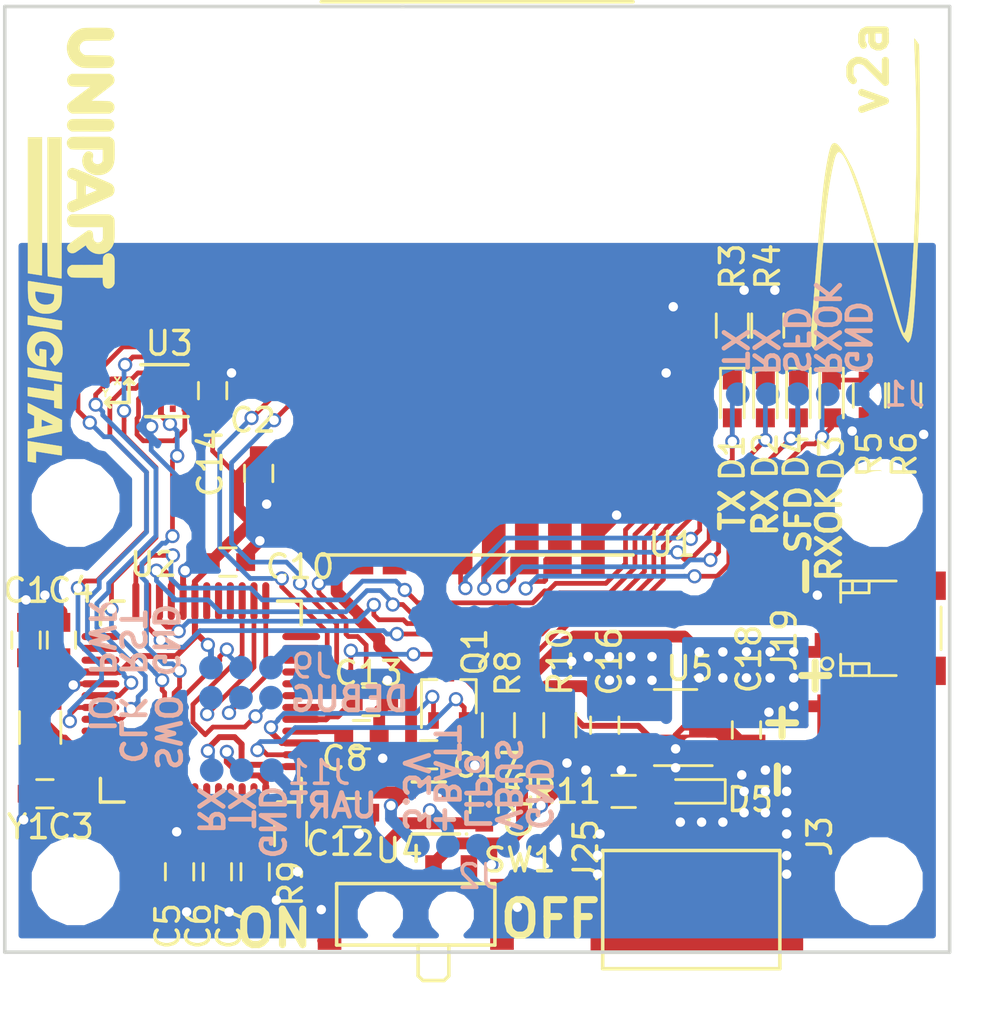
<source format=kicad_pcb>
(kicad_pcb (version 4) (host pcbnew 4.0.7-e2-6376~61~ubuntu18.04.1)
  (layers (0 F.Cu signal) (31 B.Cu signal) (34 B.Paste user) (35 F.Paste user) (36 B.SilkS user) (37 F.SilkS user) (38 B.Mask user) (39 F.Mask user) (44 Edge.Cuts user))
  (net 0 "")
  (net 1 GND)
  (net 2 "Net-(C1-Pad1)")
  (net 3 "Net-(C3-Pad1)")
  (net 4 "Net-(C13-Pad1)")
  (net 5 ACCEL_PWR)
  (net 6 "Net-(C16-Pad1)")
  (net 7 "Net-(C18-Pad1)")
  (net 8 "Net-(D1-Pad2)")
  (net 9 "Net-(D1-Pad1)")
  (net 10 "Net-(D2-Pad2)")
  (net 11 "Net-(D2-Pad1)")
  (net 12 "Net-(D3-Pad2)")
  (net 13 "Net-(D3-Pad1)")
  (net 14 "Net-(D4-Pad2)")
  (net 15 "Net-(D4-Pad1)")
  (net 16 "Net-(D5-Pad2)")
  (net 17 "Net-(D5-Pad1)")
  (net 18 RADIO_RSTN)
  (net 19 DBG_SWDIO)
  (net 20 DBG_SWDCLK)
  (net 21 DBG_SWO)
  (net 22 DBG_RESET)
  (net 23 +BATT)
  (net 24 UART_TX)
  (net 25 UART_RX)
  (net 26 "Net-(J25-Pad2)")
  (net 27 "Net-(J25-Pad3)")
  (net 28 "Net-(J25-Pad4)")
  (net 29 BATT_MON_EN)
  (net 30 BATT_MON)
  (net 31 "Net-(Q1-Pad3)")
  (net 32 ACCEL_INTN)
  (net 33 "Net-(R10-Pad1)")
  (net 34 RADIO_WAKEUP)
  (net 35 RADIO_IRQ)
  (net 36 RADIO_SCK)
  (net 37 RADIO_MISO)
  (net 38 RADIO_MOSI)
  (net 39 RADIO_CSN)
  (net 40 ACCEL_MOSI)
  (net 41 ACCEL_MISO)
  (net 42 ACCEL_CSN)
  (net 43 ACCEL_SCK)
  (net 44 "Net-(U3-Pad6)")
  (net 45 "Net-(U3-Pad8)")
  (net 46 "Net-(U3-Pad11)")
  (net 47 "Net-(FID1-Pad~)")
  (net 48 "Net-(FID2-Pad~)")
  (net 49 "Net-(FID3-Pad~)")
  (net 50 "Net-(SW1-Pad3)")
  (net 51 "Net-(U1-Pad1)")
  (net 52 "Net-(U1-Pad4)")
  (net 53 "Net-(U1-Pad9)")
  (net 54 "Net-(U1-Pad10)")
  (net 55 "Net-(U1-Pad11)")
  (net 56 "Net-(U2-Pad1)")
  (net 57 "Net-(U2-Pad2)")
  (net 58 "Net-(U2-Pad3)")
  (net 59 "Net-(U2-Pad13)")
  (net 60 "Net-(U2-Pad14)")
  (net 61 "Net-(U2-Pad15)")
  (net 62 "Net-(U2-Pad17)")
  (net 63 "Net-(U2-Pad20)")
  (net 64 "Net-(U2-Pad21)")
  (net 65 "Net-(U2-Pad30)")
  (net 66 "Net-(U2-Pad34)")
  (net 67 "Net-(U2-Pad35)")
  (net 68 "Net-(U2-Pad36)")
  (net 69 "Net-(U2-Pad40)")
  (net 70 "Net-(U2-Pad41)")
  (net 71 "Net-(U2-Pad42)")
  (module tail:UART_Pads (layer B.Cu) (at 140.03 92.3)
    (fp_text reference J11 (at 3.27 0.1) (layer B.SilkS) (effects (justify mirror)))
    (fp_text value UART)
    (pad 1 smd circle (at -1.27 0) (size 1 1) (layers B.Cu B.Paste B.Mask) (net 25 UART_RX))
    (pad 2 smd circle (at 0 0) (size 1 1) (layers B.Cu B.Paste B.Mask) (net 24 UART_TX))
    (pad 3 smd circle (at 1.27 0) (size 1 1) (layers B.Cu B.Paste B.Mask) (net 1 GND))
  )
  (module tail:SSOT-24 (layer F.Cu) (at 147.95 93.9 180)
    (fp_text reference U4 (at 1.25 -1.8 180) (layer F.SilkS))
    (fp_text value XC6215B332NR)
    (pad 1 smd rect (at -0.925 -0.65 180) (size 0.75 0.5) (layers F.Cu F.Paste F.Mask) (net 23 +BATT))
    (pad 4 smd rect (at 0.925 -0.65 180) (size 0.75 0.5) (layers F.Cu F.Paste F.Mask) (net 23 +BATT))
    (pad 2 smd rect (at -0.925 0.65 180) (size 0.75 0.6) (drill (offset 0 -0.05)) (layers F.Cu F.Paste F.Mask) (net 1 GND))
    (pad 3 smd rect (at 0.925 0.65 180) (size 0.75 0.5) (layers F.Cu F.Paste F.Mask) (net 5 ACCEL_PWR))
  )
  (module tail:Unipart_Digital_logo (layer F.Cu) (at 132.8 70.1 270)
    (fp_text reference G1 hide)
    (fp_text value LOGO hide)
  )
  (module Capacitors_SMD:C_0603 (layer F.Cu) (at 130.9 86.8 90)
    (fp_text reference C1 (at 2.1 0 180) (layer F.SilkS))
    (fp_text value 8p)
    (pad 1 smd rect (at -0.75 0 90) (size 0.8 0.75) (layers F.Cu F.Paste F.Mask) (net 2 "Net-(C1-Pad1)"))
    (pad 2 smd rect (at 0.75 0 90) (size 0.8 0.75) (layers F.Cu F.Paste F.Mask) (net 1 GND))
  )
  (module Capacitors_SMD:C_0603 (layer F.Cu) (at 140.75 79.75 270)
    (fp_text reference C2 (at -2.25 0.25 360) (layer F.SilkS))
    (fp_text value 10u)
    (pad 1 smd rect (at -0.75 0 270) (size 0.8 0.75) (layers F.Cu F.Paste F.Mask) (net 5 ACCEL_PWR))
    (pad 2 smd rect (at 0.75 0 270) (size 0.8 0.75) (layers F.Cu F.Paste F.Mask) (net 1 GND))
  )
  (module Capacitors_SMD:C_0603 (layer F.Cu) (at 131.7 93.3 180)
    (fp_text reference C3 (at -1.1 -1.4 180) (layer F.SilkS))
    (fp_text value 8p)
    (pad 1 smd rect (at -0.75 0 180) (size 0.8 0.75) (layers F.Cu F.Paste F.Mask) (net 3 "Net-(C3-Pad1)"))
    (pad 2 smd rect (at 0.75 0 180) (size 0.8 0.75) (layers F.Cu F.Paste F.Mask) (net 1 GND))
  )
  (module Capacitors_SMD:C_0603 (layer F.Cu) (at 132.4 86.8 90)
    (fp_text reference C4 (at 2.1 0.4 180) (layer F.SilkS))
    (fp_text value 100n)
    (pad 1 smd rect (at -0.75 0 90) (size 0.8 0.75) (layers F.Cu F.Paste F.Mask) (net 5 ACCEL_PWR))
    (pad 2 smd rect (at 0.75 0 90) (size 0.8 0.75) (layers F.Cu F.Paste F.Mask) (net 1 GND))
  )
  (module Capacitors_SMD:C_0603 (layer F.Cu) (at 137.4 96.6 270)
    (fp_text reference C5 (at 2.3 0.5 270) (layer F.SilkS))
    (fp_text value 100n)
    (pad 1 smd rect (at -0.75 0 270) (size 0.8 0.75) (layers F.Cu F.Paste F.Mask) (net 5 ACCEL_PWR))
    (pad 2 smd rect (at 0.75 0 270) (size 0.8 0.75) (layers F.Cu F.Paste F.Mask) (net 1 GND))
  )
  (module Capacitors_SMD:C_0603 (layer F.Cu) (at 139 96.6 270)
    (fp_text reference C6 (at 2.3 0.8 270) (layer F.SilkS))
    (fp_text value 100n)
    (pad 1 smd rect (at -0.75 0 270) (size 0.8 0.75) (layers F.Cu F.Paste F.Mask) (net 5 ACCEL_PWR))
    (pad 2 smd rect (at 0.75 0 270) (size 0.8 0.75) (layers F.Cu F.Paste F.Mask) (net 1 GND))
  )
  (module Capacitors_SMD:C_0603 (layer F.Cu) (at 140.6 96.6 270)
    (fp_text reference C7 (at 2.3 1.1 450) (layer F.SilkS))
    (fp_text value 100n)
    (pad 1 smd rect (at -0.75 0 270) (size 0.8 0.75) (layers F.Cu F.Paste F.Mask) (net 5 ACCEL_PWR))
    (pad 2 smd rect (at 0.75 0 270) (size 0.8 0.75) (layers F.Cu F.Paste F.Mask) (net 1 GND))
  )
  (module Capacitors_SMD:C_0603 (layer F.Cu) (at 145.1 90.8)
    (fp_text reference C8 (at -0.7 1) (layer F.SilkS))
    (fp_text value 100n)
    (pad 1 smd rect (at -0.75 0) (size 0.8 0.75) (layers F.Cu F.Paste F.Mask) (net 5 ACCEL_PWR))
    (pad 2 smd rect (at 0.75 0) (size 0.8 0.75) (layers F.Cu F.Paste F.Mask) (net 1 GND))
  )
  (module Capacitors_SMD:C_0603 (layer F.Cu) (at 139.45 83.5)
    (fp_text reference C10 (at 3.05 0.2 180) (layer F.SilkS))
    (fp_text value 100n)
    (pad 1 smd rect (at -0.75 0) (size 0.8 0.75) (layers F.Cu F.Paste F.Mask) (net 5 ACCEL_PWR))
    (pad 2 smd rect (at 0.75 0) (size 0.8 0.75) (layers F.Cu F.Paste F.Mask) (net 1 GND))
  )
  (module Capacitors_SMD:C_0603 (layer F.Cu) (at 144.7 94.1)
    (fp_text reference C12 (at -0.5 1.3) (layer F.SilkS))
    (fp_text value 10u)
    (pad 1 smd rect (at -0.75 0) (size 0.8 0.75) (layers F.Cu F.Paste F.Mask) (net 5 ACCEL_PWR))
    (pad 2 smd rect (at 0.75 0) (size 0.8 0.75) (layers F.Cu F.Paste F.Mask) (net 1 GND))
  )
  (module Capacitors_SMD:C_0603 (layer F.Cu) (at 145.5 89.4)
    (fp_text reference C13 (at -0.1 -1.2 180) (layer F.SilkS))
    (fp_text value 1u)
    (pad 1 smd rect (at -0.75 0) (size 0.8 0.75) (layers F.Cu F.Paste F.Mask) (net 4 "Net-(C13-Pad1)"))
    (pad 2 smd rect (at 0.75 0) (size 0.8 0.75) (layers F.Cu F.Paste F.Mask) (net 1 GND))
  )
  (module Capacitors_SMD:C_0603 (layer F.Cu) (at 138.8 76.25 270)
    (fp_text reference C14 (at 3.05 0.1 270) (layer F.SilkS))
    (fp_text value 100n)
    (pad 1 smd rect (at -0.75 0 270) (size 0.8 0.75) (layers F.Cu F.Paste F.Mask) (net 1 GND))
    (pad 2 smd rect (at 0.75 0 270) (size 0.8 0.75) (layers F.Cu F.Paste F.Mask) (net 5 ACCEL_PWR))
  )
  (module Capacitors_SMD:C_0603 (layer F.Cu) (at 150.3 93.75 90)
    (fp_text reference C15 (at 0 1.5 90) (layer F.SilkS))
    (fp_text value 1u)
    (pad 1 smd rect (at -0.75 0 90) (size 0.8 0.75) (layers F.Cu F.Paste F.Mask) (net 23 +BATT))
    (pad 2 smd rect (at 0.75 0 90) (size 0.8 0.75) (layers F.Cu F.Paste F.Mask) (net 1 GND))
  )
  (module Capacitors_SMD:C_0603 (layer F.Cu) (at 155.4 90.4 270)
    (fp_text reference C16 (at -2.7 -0.2 450) (layer F.SilkS))
    (fp_text value 4.7uF)
    (pad 1 smd rect (at -0.75 0 270) (size 0.8 0.75) (layers F.Cu F.Paste F.Mask) (net 6 "Net-(C16-Pad1)"))
    (pad 2 smd rect (at 0.75 0 270) (size 0.8 0.75) (layers F.Cu F.Paste F.Mask) (net 1 GND))
  )
  (module Capacitors_SMD:C_0603 (layer F.Cu) (at 147.95 91.65)
    (fp_text reference C17 (at 2.45 0.45 180) (layer F.SilkS))
    (fp_text value 100n)
    (pad 1 smd rect (at -0.75 0) (size 0.8 0.75) (layers F.Cu F.Paste F.Mask) (net 5 ACCEL_PWR))
    (pad 2 smd rect (at 0.75 0) (size 0.8 0.75) (layers F.Cu F.Paste F.Mask) (net 1 GND))
  )
  (module Capacitors_SMD:C_0603 (layer F.Cu) (at 161.4 90.6 270)
    (fp_text reference C18 (at -3 -0.1 270) (layer F.SilkS))
    (fp_text value 4.7uF)
    (pad 1 smd rect (at -0.75 0 270) (size 0.8 0.75) (layers F.Cu F.Paste F.Mask) (net 7 "Net-(C18-Pad1)"))
    (pad 2 smd rect (at 0.75 0 270) (size 0.8 0.75) (layers F.Cu F.Paste F.Mask) (net 1 GND))
  )
  (module LEDs:LED_0603 (layer F.Cu) (at 160.8 76.6 270)
    (fp_text reference D1 (at 2.5 0 270) (layer F.SilkS))
    (fp_text value RED)
    (pad 2 smd rect (at 0.8 0 90) (size 0.8 0.8) (layers F.Cu F.Paste F.Mask) (net 8 "Net-(D1-Pad2)"))
    (pad 1 smd rect (at -0.8 0 90) (size 0.8 0.8) (layers F.Cu F.Paste F.Mask) (net 9 "Net-(D1-Pad1)"))
  )
  (module LEDs:LED_0603 (layer F.Cu) (at 162.2 76.6 270)
    (fp_text reference D2 (at 2.4 0 270) (layer F.SilkS))
    (fp_text value RED)
    (pad 2 smd rect (at 0.8 0 90) (size 0.8 0.8) (layers F.Cu F.Paste F.Mask) (net 10 "Net-(D2-Pad2)"))
    (pad 1 smd rect (at -0.8 0 90) (size 0.8 0.8) (layers F.Cu F.Paste F.Mask) (net 11 "Net-(D2-Pad1)"))
  )
  (module LEDs:LED_0603 (layer F.Cu) (at 165 76.6 270)
    (fp_text reference D3 (at 2.5 0 270) (layer F.SilkS))
    (fp_text value RED)
    (pad 2 smd rect (at 0.8 0 90) (size 0.8 0.8) (layers F.Cu F.Paste F.Mask) (net 12 "Net-(D3-Pad2)"))
    (pad 1 smd rect (at -0.8 0 90) (size 0.8 0.8) (layers F.Cu F.Paste F.Mask) (net 13 "Net-(D3-Pad1)"))
  )
  (module LEDs:LED_0603 (layer F.Cu) (at 163.6 76.6 270)
    (fp_text reference D4 (at 2.4 0.1 270) (layer F.SilkS))
    (fp_text value RED)
    (pad 2 smd rect (at 0.8 0 90) (size 0.8 0.8) (layers F.Cu F.Paste F.Mask) (net 14 "Net-(D4-Pad2)"))
    (pad 1 smd rect (at -0.8 0 90) (size 0.8 0.8) (layers F.Cu F.Paste F.Mask) (net 15 "Net-(D4-Pad1)"))
  )
  (module LEDs:LED_0603 (layer F.Cu) (at 159.2 93.2 180)
    (fp_text reference D5 (at -2.35 -0.35 180) (layer F.SilkS))
    (fp_text value RED)
    (pad 2 smd rect (at 0.8 0) (size 0.8 0.8) (layers F.Cu F.Paste F.Mask) (net 16 "Net-(D5-Pad2)"))
    (pad 1 smd rect (at -0.8 0) (size 0.8 0.8) (layers F.Cu F.Paste F.Mask) (net 17 "Net-(D5-Pad1)"))
  )
  (module tail:USB_Micro-B_SMD (layer F.Cu) (at 159.0625 98.55 90)
    (fp_text reference J25 (at 2.85 -4.4625 90) (layer F.SilkS))
    (fp_text value USB_OTG)
    (pad 1 smd rect (at 2.66 -1.3 90) (size 1.38 0.45) (layers F.Cu F.Paste F.Mask) (net 6 "Net-(C16-Pad1)"))
    (pad 2 smd rect (at 2.66 -0.65 90) (size 1.38 0.45) (layers F.Cu F.Paste F.Mask) (net 26 "Net-(J25-Pad2)"))
    (pad 3 smd rect (at 2.66 0 90) (size 1.38 0.45) (layers F.Cu F.Paste F.Mask) (net 27 "Net-(J25-Pad3)"))
    (pad 4 smd rect (at 2.66 0.65 90) (size 1.38 0.45) (layers F.Cu F.Paste F.Mask) (net 28 "Net-(J25-Pad4)"))
    (pad 5 smd rect (at 2.66 1.3 90) (size 1.38 0.45) (layers F.Cu F.Paste F.Mask) (net 1 GND))
    (pad 6 smd rect (at 2.3 -2.4625 90) (size 2.1 1.475) (layers F.Cu F.Paste F.Mask) (net 1 GND))
    (pad 6 smd rect (at 2.3 2.4625 90) (size 2.1 1.475) (layers F.Cu F.Paste F.Mask) (net 1 GND))
    (pad 6 smd rect (at 0 -0.8375 90) (size 1.9 1.175) (layers F.Cu F.Paste F.Mask) (net 1 GND))
    (pad 6 smd rect (at 0 0.8375 90) (size 1.9 1.175) (layers F.Cu F.Paste F.Mask) (net 1 GND))
    (pad 6 smd rect (at 0 -2.9125 90) (size 1.9 2.375) (layers F.Cu F.Paste F.Mask) (net 1 GND))
    (pad 6 smd rect (at 0 2.9125 90) (size 1.9 2.375) (layers F.Cu F.Paste F.Mask) (net 1 GND))
  )
  (module TO_SOT_Packages_SMD:SOT-323_SC-70 (layer F.Cu) (at 148.8 89.2 90)
    (fp_text reference Q1 (at 1.9 1.1 90) (layer F.SilkS))
    (fp_text value Q_NMOS_GSD)
    (pad 1 smd rect (at -1 -0.65) (size 0.45 0.7) (layers F.Cu F.Paste F.Mask) (net 29 BATT_MON_EN))
    (pad 2 smd rect (at -1 0.65) (size 0.45 0.7) (layers F.Cu F.Paste F.Mask) (net 30 BATT_MON))
    (pad 3 smd rect (at 1 0) (size 0.45 0.7) (layers F.Cu F.Paste F.Mask) (net 31 "Net-(Q1-Pad3)"))
  )
  (module Resistors_SMD:R_0603 (layer F.Cu) (at 160.8 73.5 90)
    (fp_text reference R3 (at 2.5 0 90) (layer F.SilkS))
    (fp_text value 150)
    (pad 1 smd rect (at -0.75 0 90) (size 0.5 0.9) (layers F.Cu F.Paste F.Mask) (net 9 "Net-(D1-Pad1)"))
    (pad 2 smd rect (at 0.75 0 90) (size 0.5 0.9) (layers F.Cu F.Paste F.Mask) (net 1 GND))
  )
  (module Resistors_SMD:R_0603 (layer F.Cu) (at 162.3 73.5 90)
    (fp_text reference R4 (at 2.5 0 90) (layer F.SilkS))
    (fp_text value 150)
    (pad 1 smd rect (at -0.75 0 90) (size 0.5 0.9) (layers F.Cu F.Paste F.Mask) (net 11 "Net-(D2-Pad1)"))
    (pad 2 smd rect (at 0.75 0 90) (size 0.5 0.9) (layers F.Cu F.Paste F.Mask) (net 1 GND))
  )
  (module Resistors_SMD:R_0603 (layer F.Cu) (at 166.6 76.45 270)
    (fp_text reference R5 (at 2.5 0 270) (layer F.SilkS))
    (fp_text value 150)
    (pad 1 smd rect (at -0.75 0 270) (size 0.5 0.9) (layers F.Cu F.Paste F.Mask) (net 13 "Net-(D3-Pad1)"))
    (pad 2 smd rect (at 0.75 0 270) (size 0.5 0.9) (layers F.Cu F.Paste F.Mask) (net 1 GND))
  )
  (module Resistors_SMD:R_0603 (layer F.Cu) (at 168.1 76.45 270)
    (fp_text reference R6 (at 2.5 0.022 270) (layer F.SilkS))
    (fp_text value 150)
    (pad 1 smd rect (at -0.75 0 270) (size 0.5 0.9) (layers F.Cu F.Paste F.Mask) (net 15 "Net-(D4-Pad1)"))
    (pad 2 smd rect (at 0.75 0 270) (size 0.5 0.9) (layers F.Cu F.Paste F.Mask) (net 1 GND))
  )
  (module Resistors_SMD:R_0603 (layer F.Cu) (at 150.9 90.4 90)
    (fp_text reference R8 (at 2.2 0.4 90) (layer F.SilkS))
    (fp_text value 100K)
    (pad 1 smd rect (at -0.75 0 90) (size 0.5 0.9) (layers F.Cu F.Paste F.Mask) (net 23 +BATT))
    (pad 2 smd rect (at 0.75 0 90) (size 0.5 0.9) (layers F.Cu F.Paste F.Mask) (net 31 "Net-(Q1-Pad3)"))
  )
  (module Resistors_SMD:R_0603 (layer F.Cu) (at 142.1 95 270)
    (fp_text reference R9 (at 2.1 0 450) (layer F.SilkS))
    (fp_text value 100K)
    (pad 1 smd rect (at -0.75 0 270) (size 0.5 0.9) (layers F.Cu F.Paste F.Mask) (net 30 BATT_MON))
    (pad 2 smd rect (at 0.75 0 270) (size 0.5 0.9) (layers F.Cu F.Paste F.Mask) (net 1 GND))
  )
  (module Resistors_SMD:R_0603 (layer F.Cu) (at 153.5 90.4 270)
    (fp_text reference R10 (at -2.7 0 270) (layer F.SilkS))
    (fp_text value 2.2K)
    (pad 1 smd rect (at -0.75 0 270) (size 0.5 0.9) (layers F.Cu F.Paste F.Mask) (net 33 "Net-(R10-Pad1)"))
    (pad 2 smd rect (at 0.75 0 270) (size 0.5 0.9) (layers F.Cu F.Paste F.Mask) (net 1 GND))
  )
  (module Resistors_SMD:R_0603 (layer F.Cu) (at 156.2 93.2)
    (fp_text reference R11 (at -2.4 0 180) (layer F.SilkS))
    (fp_text value 470)
    (pad 1 smd rect (at -0.75 0) (size 0.5 0.9) (layers F.Cu F.Paste F.Mask) (net 6 "Net-(C16-Pad1)"))
    (pad 2 smd rect (at 0.75 0) (size 0.5 0.9) (layers F.Cu F.Paste F.Mask) (net 16 "Net-(D5-Pad2)"))
  )
  (module tail:DWM1000 (layer F.Cu) (at 150 71.5)
    (fp_text reference U1 (at 8.25 11.25) (layer F.SilkS))
    (fp_text value DWM1000)
    (pad 1 smd rect (at -6.295 -0.8) (size 2.45 1) (layers F.Cu F.Paste F.Mask) (net 51 "Net-(U1-Pad1)"))
    (pad 2 smd rect (at -6.295 0.6) (size 2.45 1) (layers F.Cu F.Paste F.Mask) (net 34 RADIO_WAKEUP))
    (pad 3 smd rect (at -6.295 2) (size 2.45 1) (layers F.Cu F.Paste F.Mask) (net 18 RADIO_RSTN))
    (pad 4 smd rect (at -6.295 3.4) (size 2.45 1) (layers F.Cu F.Paste F.Mask) (net 52 "Net-(U1-Pad4)"))
    (pad 5 smd rect (at -6.295 4.8) (size 2.45 1) (layers F.Cu F.Paste F.Mask) (net 5 ACCEL_PWR))
    (pad 6 smd rect (at -6.295 6.2) (size 2.45 1) (layers F.Cu F.Paste F.Mask) (net 5 ACCEL_PWR))
    (pad 7 smd rect (at -6.295 7.6) (size 2.45 1) (layers F.Cu F.Paste F.Mask) (net 5 ACCEL_PWR))
    (pad 8 smd rect (at -6.295 9) (size 2.45 1) (layers F.Cu F.Paste F.Mask) (net 1 GND))
    (pad 24 smd rect (at 6.295 -0.8) (size 2.45 1) (layers F.Cu F.Paste F.Mask) (net 1 GND))
    (pad 23 smd rect (at 6.295 0.6) (size 2.45 1) (layers F.Cu F.Paste F.Mask) (net 1 GND))
    (pad 22 smd rect (at 6.295 2) (size 2.45 1) (layers F.Cu F.Paste F.Mask) (net 35 RADIO_IRQ))
    (pad 21 smd rect (at 6.295 3.4) (size 2.45 1) (layers F.Cu F.Paste F.Mask) (net 1 GND))
    (pad 20 smd rect (at 6.295 4.8) (size 2.45 1) (layers F.Cu F.Paste F.Mask) (net 36 RADIO_SCK))
    (pad 19 smd rect (at 6.295 6.2) (size 2.45 1) (layers F.Cu F.Paste F.Mask) (net 37 RADIO_MISO))
    (pad 18 smd rect (at 6.295 7.6) (size 2.45 1) (layers F.Cu F.Paste F.Mask) (net 38 RADIO_MOSI))
    (pad 17 smd rect (at 6.295 9) (size 2.45 1) (layers F.Cu F.Paste F.Mask) (net 39 RADIO_CSN))
    (pad 9 smd rect (at -4.9 11.295) (size 1 2.45) (layers F.Cu F.Paste F.Mask) (net 53 "Net-(U1-Pad9)"))
    (pad 10 smd rect (at -3.5 11.295) (size 1 2.45) (layers F.Cu F.Paste F.Mask) (net 54 "Net-(U1-Pad10)"))
    (pad 11 smd rect (at -2.1 11.295) (size 1 2.45) (layers F.Cu F.Paste F.Mask) (net 55 "Net-(U1-Pad11)"))
    (pad 12 smd rect (at -0.7 11.295) (size 1 2.45) (layers F.Cu F.Paste F.Mask) (net 8 "Net-(D1-Pad2)"))
    (pad 13 smd rect (at 0.7 11.295) (size 1 2.45) (layers F.Cu F.Paste F.Mask) (net 10 "Net-(D2-Pad2)"))
    (pad 14 smd rect (at 2.1 11.295) (size 1 2.45) (layers F.Cu F.Paste F.Mask) (net 14 "Net-(D4-Pad2)"))
    (pad 15 smd rect (at 3.5 11.295) (size 1 2.45) (layers F.Cu F.Paste F.Mask) (net 12 "Net-(D3-Pad2)"))
    (pad 16 smd rect (at 4.9 11.295) (size 1 2.45) (layers F.Cu F.Paste F.Mask) (net 1 GND))
  )
  (module EnergyMicro:EFM32_TQFP48 (layer F.Cu) (at 138.3 89.4 270)
    (fp_text reference U2 (at -5.8 2 360) (layer F.SilkS))
    (fp_text value EFM32HG222F64)
    (pad 1 smd oval (at -2.75 4.25 270) (size 0.3 1.6) (layers F.Cu F.Paste F.Mask) (net 56 "Net-(U2-Pad1)"))
    (pad 2 smd oval (at -2.25 4.25 270) (size 0.3 1.6) (layers F.Cu F.Paste F.Mask) (net 57 "Net-(U2-Pad2)"))
    (pad 3 smd oval (at -1.75 4.25 270) (size 0.3 1.6) (layers F.Cu F.Paste F.Mask) (net 58 "Net-(U2-Pad3)"))
    (pad 4 smd oval (at -1.25 4.25 270) (size 0.3 1.6) (layers F.Cu F.Paste F.Mask) (net 5 ACCEL_PWR))
    (pad 5 smd oval (at -0.75 4.25 270) (size 0.3 1.6) (layers F.Cu F.Paste F.Mask) (net 1 GND))
    (pad 6 smd oval (at -0.25 4.25 270) (size 0.3 1.6) (layers F.Cu F.Paste F.Mask) (net 42 ACCEL_CSN))
    (pad 7 smd oval (at 0.25 4.25 270) (size 0.3 1.6) (layers F.Cu F.Paste F.Mask) (net 40 ACCEL_MOSI))
    (pad 8 smd oval (at 0.75 4.25 270) (size 0.3 1.6) (layers F.Cu F.Paste F.Mask) (net 41 ACCEL_MISO))
    (pad 9 smd oval (at 1.25 4.25 270) (size 0.3 1.6) (layers F.Cu F.Paste F.Mask) (net 43 ACCEL_SCK))
    (pad 10 smd oval (at 1.75 4.25 270) (size 0.3 1.6) (layers F.Cu F.Paste F.Mask) (net 32 ACCEL_INTN))
    (pad 11 smd oval (at 2.25 4.25 270) (size 0.3 1.6) (layers F.Cu F.Paste F.Mask) (net 2 "Net-(C1-Pad1)"))
    (pad 12 smd oval (at 2.75 4.25 270) (size 0.3 1.6) (layers F.Cu F.Paste F.Mask) (net 3 "Net-(C3-Pad1)"))
    (pad 13 smd oval (at 4.25 2.75 180) (size 0.3 1.6) (layers F.Cu F.Paste F.Mask) (net 59 "Net-(U2-Pad13)"))
    (pad 14 smd oval (at 4.25 2.25 180) (size 0.3 1.6) (layers F.Cu F.Paste F.Mask) (net 60 "Net-(U2-Pad14)"))
    (pad 15 smd oval (at 4.25 1.75 180) (size 0.3 1.6) (layers F.Cu F.Paste F.Mask) (net 61 "Net-(U2-Pad15)"))
    (pad 16 smd oval (at 4.25 1.25 180) (size 0.3 1.6) (layers F.Cu F.Paste F.Mask) (net 22 DBG_RESET))
    (pad 17 smd oval (at 4.25 0.75 180) (size 0.3 1.6) (layers F.Cu F.Paste F.Mask) (net 62 "Net-(U2-Pad17)"))
    (pad 18 smd oval (at 4.25 0.25 180) (size 0.3 1.6) (layers F.Cu F.Paste F.Mask) (net 1 GND))
    (pad 19 smd oval (at 4.25 -0.25 180) (size 0.3 1.6) (layers F.Cu F.Paste F.Mask) (net 5 ACCEL_PWR))
    (pad 20 smd oval (at 4.25 -0.75 180) (size 0.3 1.6) (layers F.Cu F.Paste F.Mask) (net 63 "Net-(U2-Pad20)"))
    (pad 21 smd oval (at 4.25 -1.25 180) (size 0.3 1.6) (layers F.Cu F.Paste F.Mask) (net 64 "Net-(U2-Pad21)"))
    (pad 22 smd oval (at 4.25 -1.75 180) (size 0.3 1.6) (layers F.Cu F.Paste F.Mask) (net 5 ACCEL_PWR))
    (pad 23 smd oval (at 4.25 -2.25 180) (size 0.3 1.6) (layers F.Cu F.Paste F.Mask) (net 5 ACCEL_PWR))
    (pad 24 smd oval (at 4.25 -2.75 180) (size 0.3 1.6) (layers F.Cu F.Paste F.Mask) (net 24 UART_TX))
    (pad 25 smd oval (at 2.75 -4.25 90) (size 0.3 1.6) (layers F.Cu F.Paste F.Mask) (net 25 UART_RX))
    (pad 26 smd oval (at 2.25 -4.25 90) (size 0.3 1.6) (layers F.Cu F.Paste F.Mask) (net 30 BATT_MON))
    (pad 27 smd oval (at 1.75 -4.25 90) (size 0.3 1.6) (layers F.Cu F.Paste F.Mask) (net 29 BATT_MON_EN))
    (pad 28 smd oval (at 1.25 -4.25 90) (size 0.3 1.6) (layers F.Cu F.Paste F.Mask) (net 5 ACCEL_PWR))
    (pad 29 smd oval (at 0.75 -4.25 90) (size 0.3 1.6) (layers F.Cu F.Paste F.Mask) (net 4 "Net-(C13-Pad1)"))
    (pad 30 smd oval (at 0.25 -4.25 90) (size 0.3 1.6) (layers F.Cu F.Paste F.Mask) (net 65 "Net-(U2-Pad30)"))
    (pad 31 smd oval (at -0.25 -4.25 90) (size 0.3 1.6) (layers F.Cu F.Paste F.Mask) (net 35 RADIO_IRQ))
    (pad 32 smd oval (at -0.75 -4.25 90) (size 0.3 1.6) (layers F.Cu F.Paste F.Mask) (net 18 RADIO_RSTN))
    (pad 33 smd oval (at -1.25 -4.25 90) (size 0.3 1.6) (layers F.Cu F.Paste F.Mask) (net 34 RADIO_WAKEUP))
    (pad 34 smd oval (at -1.75 -4.25 90) (size 0.3 1.6) (layers F.Cu F.Paste F.Mask) (net 66 "Net-(U2-Pad34)"))
    (pad 35 smd oval (at -2.25 -4.25 90) (size 0.3 1.6) (layers F.Cu F.Paste F.Mask) (net 67 "Net-(U2-Pad35)"))
    (pad 36 smd oval (at -2.75 -4.25 90) (size 0.3 1.6) (layers F.Cu F.Paste F.Mask) (net 68 "Net-(U2-Pad36)"))
    (pad 37 smd oval (at -4.25 -2.75) (size 0.3 1.6) (layers F.Cu F.Paste F.Mask) (net 20 DBG_SWDCLK))
    (pad 38 smd oval (at -4.25 -2.25) (size 0.3 1.6) (layers F.Cu F.Paste F.Mask) (net 19 DBG_SWDIO))
    (pad 39 smd oval (at -4.25 -1.75) (size 0.3 1.6) (layers F.Cu F.Paste F.Mask) (net 21 DBG_SWO))
    (pad 40 smd oval (at -4.25 -1.25) (size 0.3 1.6) (layers F.Cu F.Paste F.Mask) (net 69 "Net-(U2-Pad40)"))
    (pad 41 smd oval (at -4.25 -0.75) (size 0.3 1.6) (layers F.Cu F.Paste F.Mask) (net 70 "Net-(U2-Pad41)"))
    (pad 42 smd oval (at -4.25 -0.25) (size 0.3 1.6) (layers F.Cu F.Paste F.Mask) (net 71 "Net-(U2-Pad42)"))
    (pad 43 smd oval (at -4.25 0.25) (size 0.3 1.6) (layers F.Cu F.Paste F.Mask) (net 5 ACCEL_PWR))
    (pad 44 smd oval (at -4.25 0.75) (size 0.3 1.6) (layers F.Cu F.Paste F.Mask) (net 1 GND))
    (pad 45 smd oval (at -4.25 1.25) (size 0.3 1.6) (layers F.Cu F.Paste F.Mask) (net 38 RADIO_MOSI))
    (pad 46 smd oval (at -4.25 1.75) (size 0.3 1.6) (layers F.Cu F.Paste F.Mask) (net 37 RADIO_MISO))
    (pad 47 smd oval (at -4.25 2.25) (size 0.3 1.6) (layers F.Cu F.Paste F.Mask) (net 36 RADIO_SCK))
    (pad 48 smd oval (at -4.25 2.75) (size 0.3 1.6) (layers F.Cu F.Paste F.Mask) (net 39 RADIO_CSN))
  )
  (module tail:VLGA-12 (layer F.Cu) (at 136.8625 76.25)
    (fp_text reference U3 (at 0.1 -2) (layer F.SilkS))
    (fp_text value MC3630)
    (fp_text user Y (at -2.6 0.1) (layer F.SilkS) (effects (font (size 0.3 0.3) (thickness 0.075))))
    (fp_text user X (at -2.1 -0.4) (layer F.SilkS) (effects (font (size 0.3 0.3) (thickness 0.075))))
    (pad 1 smd rect (at -0.7625 -0.75) (size 0.275 0.25) (layers F.Cu F.Paste F.Mask) (net 41 ACCEL_MISO))
    (pad 2 smd rect (at -0.7625 -0.25) (size 0.275 0.25) (layers F.Cu F.Paste F.Mask) (net 40 ACCEL_MOSI))
    (pad 3 smd rect (at -0.7625 0.25) (size 0.275 0.25) (layers F.Cu F.Paste F.Mask) (net 5 ACCEL_PWR))
    (pad 4 smd rect (at -0.7625 0.75) (size 0.275 0.25) (layers F.Cu F.Paste F.Mask) (net 1 GND))
    (pad 5 smd rect (at -0.25 0.7625) (size 0.25 0.275) (layers F.Cu F.Paste F.Mask) (net 32 ACCEL_INTN))
    (pad 6 smd rect (at 0.25 0.7625) (size 0.25 0.275) (layers F.Cu F.Paste F.Mask) (net 44 "Net-(U3-Pad6)"))
    (pad 10 smd rect (at 0.7625 -0.75) (size 0.275 0.25) (layers F.Cu F.Paste F.Mask) (net 42 ACCEL_CSN))
    (pad 7 smd rect (at 0.7625 0.75) (size 0.275 0.25) (layers F.Cu F.Paste F.Mask) (net 5 ACCEL_PWR))
    (pad 9 smd rect (at 0.7625 -0.25) (size 0.275 0.25) (layers F.Cu F.Paste F.Mask) (net 1 GND))
    (pad 8 smd rect (at 0.7625 0.25) (size 0.275 0.25) (layers F.Cu F.Paste F.Mask) (net 45 "Net-(U3-Pad8)"))
    (pad 12 smd rect (at -0.25 -0.7625) (size 0.25 0.275) (layers F.Cu F.Paste F.Mask) (net 43 ACCEL_SCK))
    (pad 11 smd rect (at 0.25 -0.7625) (size 0.25 0.275) (layers F.Cu F.Paste F.Mask) (net 46 "Net-(U3-Pad11)"))
  )
  (module TO_SOT_Packages_SMD:SOT-23-5 (layer F.Cu) (at 158.4 90.5 180)
    (fp_text reference U5 (at -0.6 2.5 180) (layer F.SilkS))
    (fp_text value MCP73831-2-OT)
    (pad 1 smd rect (at -1.1 -0.95 180) (size 1.06 0.65) (layers F.Cu F.Paste F.Mask) (net 17 "Net-(D5-Pad1)"))
    (pad 2 smd rect (at -1.1 0 180) (size 1.06 0.65) (layers F.Cu F.Paste F.Mask) (net 1 GND))
    (pad 3 smd rect (at -1.1 0.95 180) (size 1.06 0.65) (layers F.Cu F.Paste F.Mask) (net 7 "Net-(C18-Pad1)"))
    (pad 4 smd rect (at 1.1 0.95 180) (size 1.06 0.65) (layers F.Cu F.Paste F.Mask) (net 6 "Net-(C16-Pad1)"))
    (pad 5 smd rect (at 1.1 -0.95 180) (size 1.06 0.65) (layers F.Cu F.Paste F.Mask) (net 33 "Net-(R10-Pad1)"))
  )
  (module Crystals:Crystal_SMD_3215-2pin_3.2x1.5mm (layer F.Cu) (at 131.5 90.5 90)
    (fp_text reference Y1 (at -4.2 -0.5 180) (layer F.SilkS))
    (fp_text value "32.768kHz CFPX-217 20ppm 7pF" hide)
    (pad 1 smd rect (at 1.25 0 90) (size 1 1.8) (layers F.Cu F.Paste F.Mask) (net 2 "Net-(C1-Pad1)"))
    (pad 2 smd rect (at -1.25 0 90) (size 1 1.8) (layers F.Cu F.Paste F.Mask) (net 3 "Net-(C3-Pad1)"))
  )
  (module Fiducials:Fiducial_1mm_Dia_2.54mm_Outer_CopperTop (layer F.Cu) (at 162.1 84.6)
    (fp_text reference FID1 hide)
    (fp_text value Fiducial)
    (pad ~ smd circle (at 0 0) (size 1 1) (layers F.Cu F.Mask) (net 47 "Net-(FID1-Pad~)") (clearance 0.77))
  )
  (module Fiducials:Fiducial_1mm_Dia_2.54mm_Outer_CopperTop (layer F.Cu) (at 166.1 73.1)
    (fp_text reference FID2 hide)
    (fp_text value Fiducial)
    (pad ~ smd circle (at 0 0) (size 1 1) (layers F.Cu F.Mask) (net 48 "Net-(FID2-Pad~)") (clearance 0.77))
  )
  (module Fiducials:Fiducial_1mm_Dia_2.54mm_Outer_CopperTop (layer F.Cu) (at 133.8 73.3)
    (fp_text reference FID3 hide)
    (fp_text value Fiducial)
    (pad ~ smd circle (at 0 0) (size 1 1) (layers F.Cu F.Mask) (net 49 "Net-(FID3-Pad~)") (clearance 0.77))
  )
  (module tail:SWITCH_SSSS811101 (layer F.Cu) (at 147.4 98.4)
    (fp_text reference SW1 (at 4.4 -2.3) (layer F.SilkS))
    (fp_text value SW_SPDT)
    (pad 1 smd rect (at -2.25 -1.75) (size 0.7 1.5) (layers F.Cu F.Paste F.Mask) (net 23 +BATT))
    (pad 2 smd rect (at 0.75 -1.75) (size 0.7 1.5) (layers F.Cu F.Paste F.Mask) (net 7 "Net-(C18-Pad1)"))
    (pad 3 smd rect (at 2.25 -1.75) (size 0.7 1.5) (layers F.Cu F.Paste F.Mask) (net 50 "Net-(SW1-Pad3)"))
    (pad 4 smd rect (at -3.65 -1.1) (size 1 0.8) (layers F.Cu F.Paste F.Mask) (net 1 GND))
    (pad 4 smd rect (at -3.65 1.1) (size 1 0.8) (layers F.Cu F.Paste F.Mask) (net 1 GND))
    (pad 4 smd rect (at 3.65 -1.1) (size 1 0.8) (layers F.Cu F.Paste F.Mask) (net 1 GND))
    (pad 4 smd rect (at 3.65 1.1) (size 1 0.8) (layers F.Cu F.Paste F.Mask) (net 1 GND))
    (pad "" np_thru_hole circle (at -1.5 0) (size 0.9 0.9) (drill 0.9) (layers *.Cu *.Mask))
    (pad "" np_thru_hole circle (at 1.5 0) (size 0.9 0.9) (drill 0.9) (layers *.Cu *.Mask))
  )
  (module tail:Tail_logo (layer F.Cu) (at 166.8 68.2 90)
    (fp_text reference G2 hide)
    (fp_text value LOGO hide)
  )
  (module Mounting_Holes:MountingHole_2.7mm_M2.5 (layer F.Cu) (at 133 97)
    (fp_text reference REF** hide)
    (fp_text value MountingHole_2.7mm_M2.5 hide)
    (pad 1 np_thru_hole circle (at 0 0) (size 2.7 2.7) (drill 2.7) (layers *.Cu *.Mask))
  )
  (module Mounting_Holes:MountingHole_2.7mm_M2.5 (layer F.Cu) (at 167 97)
    (fp_text reference REF** hide)
    (fp_text value MountingHole_2.7mm_M2.5 hide)
    (pad 1 np_thru_hole circle (at 0 0) (size 2.7 2.7) (drill 2.7) (layers *.Cu *.Mask))
  )
  (module Mounting_Holes:MountingHole_2.7mm_M2.5 (layer F.Cu) (at 167 81)
    (fp_text reference REF** hide)
    (fp_text value MountingHole_2.7mm_M2.5 hide)
    (pad 1 np_thru_hole circle (at 0 0) (size 2.7 2.7) (drill 2.7) (layers *.Cu *.Mask))
  )
  (module Mounting_Holes:MountingHole_2.7mm_M2.5 (layer F.Cu) (at 133 81)
    (fp_text reference REF** hide)
    (fp_text value MountingHole_2.7mm_M2.5 hide)
    (pad 1 np_thru_hole circle (at 0 0) (size 2.7 2.7) (drill 2.7) (layers *.Cu *.Mask))
  )
  (module tail:Debug_Pads (layer B.Cu) (at 140 88.6)
    (fp_text reference J9 (at 3 -0.7) (layer B.SilkS) (effects (justify mirror)))
    (fp_text value DEBUG)
    (pad 2 smd circle (at -1.27 0.635) (size 1 1) (layers B.Cu B.Paste B.Mask) (net 19 DBG_SWDIO))
    (pad 4 smd circle (at 0 0.635) (size 1 1) (layers B.Cu B.Paste B.Mask) (net 20 DBG_SWDCLK))
    (pad 6 smd circle (at 1.27 0.635) (size 1 1) (layers B.Cu B.Paste B.Mask) (net 21 DBG_SWO))
    (pad 1 smd circle (at -1.27 -0.635) (size 1 1) (layers B.Cu B.Paste B.Mask) (net 5 ACCEL_PWR))
    (pad 3 smd circle (at 0 -0.635) (size 1 1) (layers B.Cu B.Paste B.Mask) (net 22 DBG_RESET))
    (pad 5 smd circle (at 1.27 -0.635) (size 1 1) (layers B.Cu B.Paste B.Mask) (net 1 GND))
  )
  (module tail:LED_DEBUG_Pads (layer B.Cu) (at 163.57 76.4 180)
    (fp_text reference J1 (at -4.53 0 180) (layer B.SilkS) (effects (justify mirror)))
    (fp_text value LED_DEBUG)
    (pad 1 smd circle (at -2.54 0 180) (size 1 1) (layers B.Cu B.Paste B.Mask) (net 1 GND))
    (pad 3 smd circle (at 0 0 180) (size 1 1) (layers B.Cu B.Paste B.Mask) (net 14 "Net-(D4-Pad2)"))
    (pad 4 smd circle (at 1.27 0 180) (size 1 1) (layers B.Cu B.Paste B.Mask) (net 10 "Net-(D2-Pad2)"))
    (pad 5 smd circle (at 2.54 0 180) (size 1 1) (layers B.Cu B.Paste B.Mask) (net 8 "Net-(D1-Pad2)"))
    (pad 2 smd circle (at -1.27 0 180) (size 1 1) (layers B.Cu B.Paste B.Mask) (net 12 "Net-(D3-Pad2)"))
  )
  (module tail:LED_DEBUG_Pads (layer B.Cu) (at 150.03 95.5)
    (fp_text reference J2 (at 0 1.3) (layer B.SilkS) (effects (justify mirror)))
    (fp_text value POWER_DEBUG)
    (pad 1 smd circle (at -2.54 0) (size 1 1) (layers B.Cu B.Paste B.Mask) (net 5 ACCEL_PWR))
    (pad 3 smd circle (at 0 0) (size 1 1) (layers B.Cu B.Paste B.Mask) (net 7 "Net-(C18-Pad1)"))
    (pad 4 smd circle (at 1.27 0) (size 1 1) (layers B.Cu B.Paste B.Mask) (net 6 "Net-(C16-Pad1)"))
    (pad 5 smd circle (at 2.54 0) (size 1 1) (layers B.Cu B.Paste B.Mask) (net 1 GND))
    (pad 2 smd circle (at -1.27 0) (size 1 1) (layers B.Cu B.Paste B.Mask) (net 23 +BATT))
  )
  (module Connectors_JST:JST_SH_SM02B-SRSS-TB_02x1.00mm_Angled (layer F.Cu) (at 167 86.3 90)
    (fp_text reference J19 (at -0.5 -4 90) (layer F.SilkS))
    (fp_text value LiPo)
    (pad 1 smd rect (at -0.5 -1.9375 90) (size 0.6 1.55) (layers F.Cu F.Paste F.Mask) (net 7 "Net-(C18-Pad1)"))
    (pad 2 smd rect (at 0.5 -1.9375 90) (size 0.6 1.55) (layers F.Cu F.Paste F.Mask) (net 1 GND))
    (pad "" smd rect (at -1.8 1.9375 90) (size 1.2 1.8) (layers F.Cu F.Paste F.Mask))
    (pad "" smd rect (at 1.8 1.9375 90) (size 1.2 1.8) (layers F.Cu F.Paste F.Mask))
  )
  (module tail:Battery_SMD (layer F.Cu) (at 166.9 91.55 270)
    (fp_text reference J3 (at 3.55 2.4 270) (layer F.SilkS))
    (fp_text value LiPo)
    (pad 1 smd rect (at -1.45 0 270) (size 2 5) (layers F.Cu F.Paste F.Mask) (net 7 "Net-(C18-Pad1)"))
    (pad 2 smd rect (at 1.45 0 270) (size 2 5) (layers F.Cu F.Paste F.Mask) (net 1 GND))
  )
  (gr_text "-\n" (at 163.8 84.1 90) (layer F.SilkS) (effects (font (size 1.5 1.5) (thickness 0.3))))
  (gr_text + (at 164.2 88.3 90) (layer F.SilkS) (effects (font (size 1.5 1.5) (thickness 0.3))))
  (gr_text UART (at 143.9 93.8) (layer B.SilkS) (effects (font (size 1 1) (thickness 0.2)) (justify mirror)))
  (gr_text DEBUG (at 144.6 89.3) (layer B.SilkS) (effects (font (size 1 1) (thickness 0.2)) (justify mirror)))
  (gr_text CLK (at 135.4 90.6 270) (layer B.SilkS) (effects (font (size 1 1) (thickness 0.2)) (justify mirror)))
  (gr_text IO (at 134.1 89.9 270) (layer B.SilkS) (effects (font (size 1 1) (thickness 0.2)) (justify mirror)))
  (gr_text SWO (at 136.9 90.7 270) (layer B.SilkS) (effects (font (size 1 1) (thickness 0.2)) (justify mirror)))
  (gr_text PWR (at 134.1 86.7 270) (layer B.SilkS) (effects (font (size 1 1) (thickness 0.2)) (justify mirror)))
  (gr_text RST (at 135.4 86.9 270) (layer B.SilkS) (effects (font (size 1 1) (thickness 0.2)) (justify mirror)))
  (gr_text GND (at 136.8 86.8 270) (layer B.SilkS) (effects (font (size 1 1) (thickness 0.2)) (justify mirror)))
  (gr_text GND (at 166.1 74 270) (layer B.SilkS) (effects (font (size 1 1) (thickness 0.2)) (justify mirror)))
  (gr_text RXOK (at 164.8 73.6 270) (layer B.SilkS) (effects (font (size 1 1) (thickness 0.2)) (justify mirror)))
  (gr_text SFD (at 163.5 74.1 270) (layer B.SilkS) (effects (font (size 1 1) (thickness 0.2)) (justify mirror)))
  (gr_text RX (at 162.2 74.6 270) (layer B.SilkS) (effects (font (size 1 1) (thickness 0.2)) (justify mirror)))
  (gr_text TX (at 160.9 74.5 270) (layer B.SilkS) (effects (font (size 1 1) (thickness 0.2)) (justify mirror)))
  (gr_text 3.3V (at 147.4 93.2 270) (layer B.SilkS) (effects (font (size 1 1) (thickness 0.2)) (justify mirror)))
  (gr_text +BATT (at 148.7 92.7 270) (layer B.SilkS) (effects (font (size 1 1) (thickness 0.2)) (justify mirror)))
  (gr_text LiPo (at 150 93.2 270) (layer B.SilkS) (effects (font (size 1 1) (thickness 0.2)) (justify mirror)))
  (gr_text VBUS (at 151.3 92.9 270) (layer B.SilkS) (effects (font (size 1 1) (thickness 0.2)) (justify mirror)))
  (gr_text GND (at 152.6 93.3 270) (layer B.SilkS) (effects (font (size 1 1) (thickness 0.2)) (justify mirror)))
  (gr_text TX (at 160.8 81.3 90) (layer F.SilkS) (effects (font (size 1 1) (thickness 0.2))))
  (gr_text "-\n" (at 162.6 92.7 90) (layer F.SilkS) (effects (font (size 1.5 1.5) (thickness 0.3))))
  (gr_text + (at 162.8 90.3 90) (layer F.SilkS) (effects (font (size 1.5 1.5) (thickness 0.3))))
  (gr_text OFF (at 153.1 98.6) (layer F.SilkS) (effects (font (size 1.5 1.5) (thickness 0.3))))
  (gr_text ON (at 141.4 99) (layer F.SilkS) (effects (font (size 1.5 1.5) (thickness 0.3))))
  (gr_text v2a (at 166.6 62.6 90) (layer F.SilkS) (effects (font (size 1.5 1.5) (thickness 0.3))))
  (gr_text RX (at 138.7 94 270) (layer B.SilkS) (effects (font (size 1 1) (thickness 0.2)) (justify mirror)))
  (gr_text TX (at 140 93.9 270) (layer B.SilkS) (effects (font (size 1 1) (thickness 0.2)) (justify mirror)))
  (gr_text GND (at 141.3 94.5 270) (layer B.SilkS) (effects (font (size 1 1) (thickness 0.2)) (justify mirror)))
  (gr_text SFD (at 163.6 81.7 90) (layer F.SilkS) (effects (font (size 1 1) (thickness 0.2))))
  (gr_text RXOK (at 164.9 82.3 90) (layer F.SilkS) (effects (font (size 1 1) (thickness 0.2))))
  (gr_text RX (at 162.2 81.4 90) (layer F.SilkS) (effects (font (size 1 1) (thickness 0.2))))
  (gr_line (start 130 60) (end 130 100) (layer Edge.Cuts) (width 0.15))
  (gr_line (start 130 100) (end 170 100) (layer Edge.Cuts) (width 0.15))
  (gr_line (start 170 60) (end 170 100) (layer Edge.Cuts) (width 0.15))
  (gr_line (start 130 60) (end 170 60) (layer Edge.Cuts) (width 0.15))
  (segment (start 165.0625 85.8) (end 165.0625 85.5625) (width 0.5) (layer F.Cu) (net 1))
  (segment (start 165.0625 85.5625) (end 164.4 84.9) (width 0.5) (layer F.Cu) (net 1))
  (via (at 164.4 84.9) (size 0.6) (drill 0.4) (layers F.Cu B.Cu) (net 1))
  (segment (start 166.9 93) (end 166.2 92.3) (width 0.5) (layer F.Cu) (net 1))
  (segment (start 166.2 92.3) (end 163.1 92.3) (width 0.5) (layer F.Cu) (net 1))
  (segment (start 132.150002 89.449998) (end 131.8 89.8) (width 0.5) (layer B.Cu) (net 1))
  (segment (start 132.9 88.7) (end 132.150002 89.449998) (width 0.5) (layer B.Cu) (net 1))
  (segment (start 154.6 92.3) (end 155 91.9) (width 0.5) (layer F.Cu) (net 1))
  (segment (start 155 91.9) (end 155.7 91.9) (width 0.5) (layer F.Cu) (net 1))
  (segment (start 155.7 91.9) (end 156.1 92.3) (width 0.5) (layer F.Cu) (net 1))
  (segment (start 155.602443 81.813658) (end 155.902442 81.513659) (width 0.5) (layer F.Cu) (net 1))
  (segment (start 154.9 82.516101) (end 155.602443 81.813658) (width 0.5) (layer F.Cu) (net 1))
  (via (at 155.902442 81.513659) (size 0.6) (drill 0.4) (layers F.Cu B.Cu) (net 1))
  (segment (start 154.9 82.795) (end 154.9 82.516101) (width 0.5) (layer F.Cu) (net 1))
  (segment (start 158.4 91.4) (end 158.4 90.82) (width 0.25) (layer F.Cu) (net 1))
  (segment (start 158.4 90.82) (end 158.72 90.5) (width 0.25) (layer F.Cu) (net 1))
  (segment (start 158.72 90.5) (end 159.5 90.5) (width 0.25) (layer F.Cu) (net 1))
  (segment (start 158.4 92.2) (end 158.4 91.4) (width 0.25) (layer F.Cu) (net 1))
  (via (at 158.4 91.4) (size 0.6) (drill 0.4) (layers F.Cu B.Cu) (net 1))
  (via (at 158.4 92.2) (size 0.6) (drill 0.4) (layers F.Cu B.Cu) (net 1))
  (segment (start 155.1 95.9) (end 155.1 95.1) (width 0.25) (layer F.Cu) (net 1))
  (segment (start 155.1 95.1) (end 155.2 95) (width 0.25) (layer F.Cu) (net 1))
  (segment (start 155.1 96.7) (end 155.1 95.9) (width 0.25) (layer F.Cu) (net 1))
  (via (at 155.2 95) (size 0.6) (drill 0.4) (layers F.Cu B.Cu) (net 1))
  (via (at 155.1 95.9) (size 0.6) (drill 0.4) (layers F.Cu B.Cu) (net 1))
  (segment (start 162.2 93.2) (end 163.1 93.2) (width 0.25) (layer F.Cu) (net 1))
  (segment (start 162.2 92.3) (end 163.1 92.3) (width 0.25) (layer F.Cu) (net 1))
  (segment (start 161.2 92.5) (end 162 92.5) (width 0.25) (layer F.Cu) (net 1))
  (segment (start 162 92.5) (end 162.2 92.3) (width 0.25) (layer F.Cu) (net 1))
  (segment (start 161.3 93.2) (end 162.2 93.2) (width 0.25) (layer F.Cu) (net 1))
  (segment (start 158.6 94.5) (end 159.5 94.5) (width 0.25) (layer F.Cu) (net 1))
  (segment (start 160.4 94.5) (end 159.5 94.5) (width 0.25) (layer F.Cu) (net 1))
  (segment (start 161.3 94.1) (end 160.8 94.1) (width 0.25) (layer F.Cu) (net 1))
  (segment (start 160.8 94.1) (end 160.4 94.5) (width 0.25) (layer F.Cu) (net 1))
  (segment (start 162.2 94.1) (end 161.3 94.1) (width 0.25) (layer F.Cu) (net 1))
  (segment (start 163.1 94.1) (end 162.2 94.1) (width 0.25) (layer F.Cu) (net 1))
  (segment (start 163.1 95.9125) (end 163.1 96.7) (width 0.25) (layer F.Cu) (net 1))
  (segment (start 163.1 95) (end 163.1 95.9125) (width 0.25) (layer F.Cu) (net 1))
  (segment (start 163.1 94.1) (end 163.1 95) (width 0.25) (layer F.Cu) (net 1))
  (segment (start 163.1 93.2) (end 163.1 94.1) (width 0.25) (layer F.Cu) (net 1))
  (segment (start 163.1 92.3) (end 163.1 93.2) (width 0.25) (layer F.Cu) (net 1))
  (via (at 161.3 93.2) (size 0.6) (drill 0.4) (layers F.Cu B.Cu) (net 1))
  (via (at 162.2 92.3) (size 0.6) (drill 0.4) (layers F.Cu B.Cu) (net 1))
  (via (at 163.1 96.7) (size 0.6) (drill 0.4) (layers F.Cu B.Cu) (net 1))
  (via (at 158.6 94.5) (size 0.6) (drill 0.4) (layers F.Cu B.Cu) (net 1))
  (via (at 159.5 94.5) (size 0.6) (drill 0.4) (layers F.Cu B.Cu) (net 1))
  (via (at 160.4 94.5) (size 0.6) (drill 0.4) (layers F.Cu B.Cu) (net 1))
  (via (at 161.3 94.1) (size 0.6) (drill 0.4) (layers F.Cu B.Cu) (net 1))
  (via (at 162.2 94.1) (size 0.6) (drill 0.4) (layers F.Cu B.Cu) (net 1))
  (via (at 162.2 93.2) (size 0.6) (drill 0.4) (layers F.Cu B.Cu) (net 1))
  (via (at 163.1 93.2) (size 0.6) (drill 0.4) (layers F.Cu B.Cu) (net 1))
  (via (at 163.1 94.1) (size 0.6) (drill 0.4) (layers F.Cu B.Cu) (net 1))
  (via (at 163.1 95) (size 0.6) (drill 0.4) (layers F.Cu B.Cu) (net 1))
  (via (at 139.5 98.3) (size 0.6) (drill 0.4) (layers F.Cu B.Cu) (net 1))
  (via (at 137.7 98.3) (size 0.6) (drill 0.4) (layers F.Cu B.Cu) (net 1))
  (segment (start 168.1 77.2) (end 168.1 77.3) (width 0.2) (layer F.Cu) (net 1))
  (segment (start 168.1 77.3) (end 168.9 78.1) (width 0.2) (layer F.Cu) (net 1))
  (via (at 168.9 78.1) (size 0.6) (drill 0.4) (layers F.Cu B.Cu) (net 1))
  (segment (start 166.6 77.2) (end 166.6 77.232458) (width 0.2) (layer F.Cu) (net 1))
  (segment (start 166.6 77.232458) (end 165.874344 77.958114) (width 0.2) (layer F.Cu) (net 1))
  (via (at 165.874344 77.958114) (size 0.6) (drill 0.4) (layers F.Cu B.Cu) (net 1))
  (segment (start 136.200043 78.768643) (end 137.5 80.0686) (width 0.2) (layer B.Cu) (net 1))
  (segment (start 136.200043 77.769) (end 136.200043 78.768643) (width 0.2) (layer B.Cu) (net 1))
  (segment (start 137.5 80.0686) (end 137.5 80.1) (width 0.2) (layer B.Cu) (net 1))
  (segment (start 143.3 84.4) (end 143.3 83.975736) (width 0.2) (layer B.Cu) (net 1))
  (segment (start 143.3 83.975736) (end 143.475736 83.8) (width 0.2) (layer B.Cu) (net 1))
  (via (at 143.3 84.4) (size 0.6) (drill 0.4) (layers F.Cu B.Cu) (net 1))
  (segment (start 143.3 84.8) (end 143.3 84.4) (width 0.2) (layer F.Cu) (net 1))
  (segment (start 144.450029 85.950029) (end 143.3 84.8) (width 0.2) (layer F.Cu) (net 1))
  (segment (start 144.450029 86.550029) (end 144.450029 85.950029) (width 0.2) (layer F.Cu) (net 1))
  (segment (start 145.3 88.024264) (end 145.3 87.011253) (width 0.2) (layer F.Cu) (net 1))
  (segment (start 145.3 87.011253) (end 144.938033 86.649286) (width 0.2) (layer F.Cu) (net 1))
  (segment (start 144.938033 86.649286) (end 144.549286 86.649286) (width 0.2) (layer F.Cu) (net 1))
  (segment (start 144.549286 86.649286) (end 144.450029 86.550029) (width 0.2) (layer F.Cu) (net 1))
  (segment (start 146.2 88.5) (end 145.775736 88.5) (width 0.2) (layer F.Cu) (net 1))
  (segment (start 145.775736 88.5) (end 145.3 88.024264) (width 0.2) (layer F.Cu) (net 1))
  (segment (start 137.933965 82.866035) (end 138.2 82.6) (width 0.5) (layer B.Cu) (net 1))
  (segment (start 137.633966 83.86037) (end 137.933965 83.560371) (width 0.5) (layer B.Cu) (net 1))
  (segment (start 137.933965 83.560371) (end 137.933965 82.866035) (width 0.5) (layer B.Cu) (net 1))
  (segment (start 132.4 86.05) (end 132.4 85.6) (width 0.5) (layer F.Cu) (net 1))
  (segment (start 132.4 85.6) (end 131.7 84.9) (width 0.5) (layer F.Cu) (net 1))
  (via (at 131.7 84.9) (size 0.6) (drill 0.4) (layers F.Cu B.Cu) (net 1))
  (segment (start 132.4 86.05) (end 132.499956 85.950044) (width 0.5) (layer F.Cu) (net 1))
  (segment (start 132.499956 85.950044) (end 132.499956 85.919795) (width 0.5) (layer F.Cu) (net 1))
  (segment (start 134.05 88.65) (end 132.95 88.65) (width 0.2) (layer F.Cu) (net 1))
  (segment (start 132.95 88.65) (end 132.9 88.7) (width 0.2) (layer F.Cu) (net 1))
  (via (at 132.9 88.7) (size 0.6) (drill 0.4) (layers F.Cu B.Cu) (net 1))
  (segment (start 137.55 85.15) (end 137.55 83.944336) (width 0.25) (layer F.Cu) (net 1))
  (via (at 137.633966 83.86037) (size 0.6) (drill 0.4) (layers F.Cu B.Cu) (net 1))
  (segment (start 137.55 83.944336) (end 137.633966 83.86037) (width 0.25) (layer F.Cu) (net 1))
  (segment (start 160.8 72.75) (end 160.8 72.5) (width 0.2) (layer F.Cu) (net 1))
  (segment (start 160.8 72.5) (end 161.3 72) (width 0.2) (layer F.Cu) (net 1))
  (segment (start 166.6 77.2) (end 166.6 77.3) (width 0.2) (layer F.Cu) (net 1))
  (segment (start 160.8 72.8) (end 162.25 72.8) (width 0.2) (layer F.Cu) (net 1))
  (segment (start 162.25 72.8) (end 162.3 72.75) (width 0.2) (layer F.Cu) (net 1))
  (segment (start 168.1 77.2) (end 168.1 77.4) (width 0.2) (layer F.Cu) (net 1))
  (segment (start 166.6 77.2) (end 168.1 77.2) (width 0.2) (layer F.Cu) (net 1))
  (segment (start 162.3 72.75) (end 162.3 72.3) (width 0.2) (layer F.Cu) (net 1))
  (segment (start 162.3 72.3) (end 162.6 72) (width 0.2) (layer F.Cu) (net 1))
  (via (at 162.6 72) (size 0.6) (drill 0.4) (layers F.Cu B.Cu) (net 1))
  (via (at 161.3 72) (size 0.6) (drill 0.4) (layers F.Cu B.Cu) (net 1))
  (segment (start 154.9 82.795) (end 154.9 82.6) (width 0.5) (layer F.Cu) (net 1))
  (segment (start 154.9 82.795) (end 154.9 82.669675) (width 0.5) (layer F.Cu) (net 1))
  (segment (start 140.2 83.5) (end 140.2 83.2) (width 0.5) (layer F.Cu) (net 1))
  (segment (start 140.2 83.2) (end 140.8 82.6) (width 0.5) (layer F.Cu) (net 1))
  (via (at 140.8 82.6) (size 0.6) (drill 0.4) (layers F.Cu B.Cu) (net 1))
  (segment (start 140.787385 80.749991) (end 141.087384 81.04999) (width 0.5) (layer F.Cu) (net 1))
  (segment (start 140.75 80.712606) (end 140.787385 80.749991) (width 0.5) (layer F.Cu) (net 1))
  (segment (start 140.75 80.5) (end 140.75 80.712606) (width 0.5) (layer F.Cu) (net 1))
  (via (at 141.087384 81.04999) (size 0.6) (drill 0.4) (layers F.Cu B.Cu) (net 1))
  (segment (start 137.721765 94.8) (end 137.386845 94.8) (width 0.25) (layer F.Cu) (net 1))
  (segment (start 137.386845 94.8) (end 137.27823 94.908615) (width 0.25) (layer F.Cu) (net 1))
  (via (at 137.27823 94.908615) (size 0.6) (drill 0.4) (layers F.Cu B.Cu) (net 1))
  (segment (start 138.05 93.65) (end 138.05 94.471765) (width 0.25) (layer F.Cu) (net 1))
  (segment (start 138.05 94.471765) (end 137.721765 94.8) (width 0.25) (layer F.Cu) (net 1))
  (segment (start 138.05 94.45) (end 138.05 94.471765) (width 0.25) (layer F.Cu) (net 1))
  (segment (start 138.05 93.65) (end 138.05 94.45) (width 0.25) (layer F.Cu) (net 1))
  (segment (start 145.85 90.8) (end 145.85 89.8) (width 0.5) (layer F.Cu) (net 1))
  (segment (start 145.85 89.8) (end 146.25 89.4) (width 0.5) (layer F.Cu) (net 1))
  (segment (start 145.45 94.1) (end 145.45 94.55) (width 0.5) (layer F.Cu) (net 1))
  (segment (start 145.45 94.55) (end 145 95) (width 0.5) (layer F.Cu) (net 1))
  (via (at 145 95) (size 0.6) (drill 0.4) (layers F.Cu B.Cu) (net 1))
  (segment (start 142.1 95.75) (end 142.1 96.3) (width 0.5) (layer F.Cu) (net 1))
  (segment (start 142.1 96.3) (end 142.4 96.6) (width 0.5) (layer F.Cu) (net 1))
  (via (at 142.4 96.6) (size 0.6) (drill 0.4) (layers F.Cu B.Cu) (net 1))
  (segment (start 145.85 90.8) (end 145.85 91.65) (width 0.5) (layer F.Cu) (net 1))
  (segment (start 145.85 91.65) (end 146 91.8) (width 0.5) (layer F.Cu) (net 1))
  (via (at 146 91.8) (size 0.6) (drill 0.4) (layers F.Cu B.Cu) (net 1))
  (via (at 146.2 88.5) (size 0.6) (drill 0.4) (layers F.Cu B.Cu) (net 1))
  (segment (start 146.25 89.4) (end 146.25 88.55) (width 0.5) (layer F.Cu) (net 1))
  (segment (start 146.25 88.55) (end 146.2 88.5) (width 0.5) (layer F.Cu) (net 1))
  (segment (start 137.4 97.35) (end 137.4 98) (width 0.5) (layer F.Cu) (net 1))
  (segment (start 137.4 98) (end 137.7 98.3) (width 0.5) (layer F.Cu) (net 1))
  (segment (start 139 97.35) (end 139 97.8) (width 0.5) (layer F.Cu) (net 1))
  (segment (start 139 97.8) (end 139.5 98.3) (width 0.5) (layer F.Cu) (net 1))
  (segment (start 140.6 97.35) (end 141.05 97.35) (width 0.5) (layer F.Cu) (net 1))
  (segment (start 141.05 97.35) (end 141.5 97.8) (width 0.5) (layer F.Cu) (net 1))
  (via (at 141.5 97.8) (size 0.6) (drill 0.4) (layers F.Cu B.Cu) (net 1))
  (segment (start 143.75 97.3) (end 143.75 97.85) (width 0.5) (layer F.Cu) (net 1))
  (via (at 143.4 98.2) (size 0.6) (drill 0.4) (layers F.Cu B.Cu) (net 1))
  (segment (start 148.7 91.65) (end 149.45 91.65) (width 0.5) (layer F.Cu) (net 1))
  (segment (start 149.45 91.65) (end 149.9 92.1) (width 0.5) (layer F.Cu) (net 1))
  (segment (start 156.295 74.9) (end 157.39999 74.9) (width 0.5) (layer F.Cu) (net 1))
  (via (at 157.99999 75.5) (size 0.6) (drill 0.4) (layers F.Cu B.Cu) (net 1))
  (segment (start 157.39999 74.9) (end 157.699991 75.200001) (width 0.5) (layer F.Cu) (net 1))
  (segment (start 157.699991 75.200001) (end 157.99999 75.5) (width 0.5) (layer F.Cu) (net 1))
  (segment (start 138.8 75.5) (end 139.6 75.5) (width 0.5) (layer F.Cu) (net 1))
  (via (at 139.6 75.5) (size 0.6) (drill 0.4) (layers F.Cu B.Cu) (net 1))
  (segment (start 130.95 93.3) (end 130.95 94.25) (width 0.5) (layer F.Cu) (net 1))
  (segment (start 130.95 94.25) (end 130.8 94.4) (width 0.5) (layer F.Cu) (net 1))
  (via (at 130.8 94.4) (size 0.6) (drill 0.4) (layers F.Cu B.Cu) (net 1))
  (segment (start 130.9 86.05) (end 130.9 85.1) (width 0.5) (layer F.Cu) (net 1))
  (via (at 130.9 85.1) (size 0.6) (drill 0.4) (layers F.Cu B.Cu) (net 1))
  (via (at 136.200043 77.769) (size 0.6) (drill 0.4) (layers F.Cu B.Cu) (net 1))
  (segment (start 136.1 77) (end 136.1 77.668957) (width 0.2) (layer F.Cu) (net 1))
  (segment (start 136.1 77.668957) (end 136.200043 77.769) (width 0.2) (layer F.Cu) (net 1))
  (segment (start 149.9 92.1) (end 149.9 92.6) (width 0.5) (layer F.Cu) (net 1))
  (segment (start 149.9 92.6) (end 150.3 93) (width 0.5) (layer F.Cu) (net 1))
  (segment (start 159.774999 90.674999) (end 160.374999 90.674999) (width 0.5) (layer F.Cu) (net 1))
  (segment (start 159.6 90.5) (end 159.774999 90.674999) (width 0.5) (layer F.Cu) (net 1))
  (segment (start 159.5 90.5) (end 159.6 90.5) (width 0.5) (layer F.Cu) (net 1))
  (via (at 163.1 92.3) (size 0.6) (drill 0.4) (layers F.Cu B.Cu) (net 1))
  (via (at 163.1 95.9125) (size 0.6) (drill 0.4) (layers F.Cu B.Cu) (net 1))
  (segment (start 161.525 96.25) (end 162.7625 96.25) (width 0.5) (layer F.Cu) (net 1))
  (segment (start 162.7625 96.25) (end 163.1 95.9125) (width 0.5) (layer F.Cu) (net 1))
  (segment (start 161.4 91.35) (end 161.4 92.3) (width 0.5) (layer F.Cu) (net 1))
  (segment (start 161.4 92.3) (end 161.2 92.5) (width 0.5) (layer F.Cu) (net 1))
  (via (at 161.2 92.5) (size 0.6) (drill 0.4) (layers F.Cu B.Cu) (net 1))
  (via (at 156.1 92.3) (size 0.6) (drill 0.4) (layers F.Cu B.Cu) (net 1))
  (segment (start 153.8 92) (end 154.3 92) (width 0.5) (layer F.Cu) (net 1))
  (segment (start 154.3 92) (end 154.6 92.3) (width 0.5) (layer F.Cu) (net 1))
  (via (at 154.6 92.3) (size 0.6) (drill 0.4) (layers F.Cu B.Cu) (net 1))
  (segment (start 153.5 91.15) (end 153.5 91.7) (width 0.5) (layer F.Cu) (net 1))
  (segment (start 153.5 91.7) (end 153.8 92) (width 0.5) (layer F.Cu) (net 1))
  (via (at 153.8 92) (size 0.6) (drill 0.4) (layers F.Cu B.Cu) (net 1))
  (segment (start 153.5 91.15) (end 155.4 91.15) (width 0.5) (layer F.Cu) (net 1))
  (segment (start 159.5 90.5) (end 160.55 90.5) (width 0.5) (layer F.Cu) (net 1))
  (segment (start 160.55 90.5) (end 161.4 91.35) (width 0.5) (layer F.Cu) (net 1))
  (segment (start 140.75 80.5) (end 141.625 80.5) (width 0.5) (layer F.Cu) (net 1))
  (via (at 149.9 92.1) (size 0.6) (drill 0.4) (layers F.Cu B.Cu) (net 1))
  (segment (start 150.45 93.15) (end 148.975 93.15) (width 0.5) (layer F.Cu) (net 1))
  (segment (start 148.975 93.15) (end 148.875 93.25) (width 0.5) (layer F.Cu) (net 1))
  (segment (start 148.7 91.65) (end 148.7 93.075) (width 0.5) (layer F.Cu) (net 1))
  (segment (start 148.7 93.075) (end 148.875 93.25) (width 0.5) (layer F.Cu) (net 1))
  (segment (start 143.705 80.5) (end 140.75 80.5) (width 0.5) (layer F.Cu) (net 1))
  (segment (start 156.295 72.1) (end 156.295 70.7) (width 0.5) (layer F.Cu) (net 1))
  (segment (start 156.295 72.1) (end 157.7 72.1) (width 0.5) (layer F.Cu) (net 1))
  (segment (start 157.7 72.1) (end 158.3 72.7) (width 0.5) (layer F.Cu) (net 1))
  (via (at 158.3 72.7) (size 0.6) (drill 0.4) (layers F.Cu B.Cu) (net 1))
  (segment (start 138.8 75.5) (end 139.2 75.5) (width 0.5) (layer F.Cu) (net 1))
  (segment (start 156.6 96.25) (end 155.55 96.25) (width 0.5) (layer F.Cu) (net 1))
  (segment (start 155.55 96.25) (end 155.1 96.7) (width 0.5) (layer F.Cu) (net 1))
  (via (at 155.1 96.7) (size 0.6) (drill 0.4) (layers F.Cu B.Cu) (net 1))
  (segment (start 143.75 97.3) (end 143.75 99.5) (width 0.5) (layer F.Cu) (net 1))
  (segment (start 151.05 97.3) (end 151.05 99.5) (width 0.5) (layer F.Cu) (net 1))
  (segment (start 143.75 97.85) (end 143.4 98.2) (width 0.5) (layer F.Cu) (net 1))
  (segment (start 151.05 97.3) (end 151.05 97.45) (width 0.5) (layer F.Cu) (net 1))
  (segment (start 151.05 97.45) (end 151.7 98.1) (width 0.5) (layer F.Cu) (net 1))
  (via (at 151.7 98.1) (size 0.6) (drill 0.4) (layers F.Cu B.Cu) (net 1))
  (segment (start 137.625 76) (end 138.3 76) (width 0.2) (layer F.Cu) (net 1))
  (segment (start 138.3 76) (end 138.8 75.5) (width 0.2) (layer F.Cu) (net 1))
  (segment (start 143.705 80.5) (end 143.274 80.5) (width 0.25) (layer F.Cu) (net 1))
  (segment (start 156.15 98.55) (end 156.15 96.7) (width 0.5) (layer F.Cu) (net 1))
  (segment (start 156.15 96.7) (end 156.6 96.25) (width 0.5) (layer F.Cu) (net 1))
  (segment (start 158.225 98.55) (end 156.15 98.55) (width 0.5) (layer F.Cu) (net 1))
  (segment (start 159.9 98.55) (end 158.225 98.55) (width 0.5) (layer F.Cu) (net 1))
  (segment (start 161.975 98.55) (end 159.9 98.55) (width 0.5) (layer F.Cu) (net 1))
  (segment (start 161.525 96.25) (end 161.525 98.1) (width 0.5) (layer F.Cu) (net 1))
  (segment (start 161.525 98.1) (end 161.975 98.55) (width 0.5) (layer F.Cu) (net 1))
  (segment (start 161.525 96.25) (end 160.7225 96.25) (width 0.5) (layer F.Cu) (net 1))
  (segment (start 160.7225 96.25) (end 160.387501 95.915001) (width 0.5) (layer F.Cu) (net 1))
  (segment (start 160.387501 95.915001) (end 160.387501 95.89) (width 0.5) (layer F.Cu) (net 1))
  (segment (start 143.351099 99.516996) (end 143.846106 99.516996) (width 0.25) (layer F.Cu) (net 1))
  (segment (start 133.228235 91.65) (end 134.05 91.65) (width 0.25) (layer F.Cu) (net 2))
  (segment (start 132.92499 91.346755) (end 133.228235 91.65) (width 0.25) (layer F.Cu) (net 2))
  (segment (start 132.92499 91.301728) (end 132.92499 91.346755) (width 0.25) (layer F.Cu) (net 2))
  (segment (start 132.548261 90.924999) (end 132.92499 91.301728) (width 0.25) (layer F.Cu) (net 2))
  (segment (start 132.424999 90.924999) (end 132.548261 90.924999) (width 0.25) (layer F.Cu) (net 2))
  (segment (start 131.5 90) (end 132.424999 90.924999) (width 0.25) (layer F.Cu) (net 2))
  (segment (start 131.5 89.25) (end 131.5 90) (width 0.25) (layer F.Cu) (net 2))
  (segment (start 131.5 89.25) (end 131.5 88.15) (width 0.25) (layer F.Cu) (net 2))
  (segment (start 131.5 88.15) (end 130.9 87.55) (width 0.25) (layer F.Cu) (net 2))
  (segment (start 132.45 93.3) (end 132.45 92.7) (width 0.25) (layer F.Cu) (net 3))
  (segment (start 132.45 92.7) (end 131.5 91.75) (width 0.25) (layer F.Cu) (net 3))
  (segment (start 131.5 91.75) (end 132.65 91.75) (width 0.25) (layer F.Cu) (net 3))
  (segment (start 132.65 91.75) (end 133.05 92.15) (width 0.25) (layer F.Cu) (net 3))
  (segment (start 133.05 92.15) (end 134.05 92.15) (width 0.25) (layer F.Cu) (net 3))
  (segment (start 142.55 90.15) (end 143.6 90.15) (width 0.25) (layer F.Cu) (net 4))
  (segment (start 143.6 90.15) (end 143.725 90.025) (width 0.25) (layer F.Cu) (net 4))
  (segment (start 143.725 90.025) (end 144.1 90.025) (width 0.25) (layer F.Cu) (net 4))
  (segment (start 144.1 90.025) (end 144.725 89.4) (width 0.25) (layer F.Cu) (net 4))
  (segment (start 144.725 89.4) (end 144.75 89.4) (width 0.25) (layer F.Cu) (net 4))
  (segment (start 146.350002 93.8) (end 146.350002 94.360002) (width 0.5) (layer B.Cu) (net 5))
  (segment (start 146.350002 94.360002) (end 147.49 95.5) (width 0.5) (layer B.Cu) (net 5))
  (segment (start 147.025 93.25) (end 146.900002 93.25) (width 0.5) (layer F.Cu) (net 5))
  (segment (start 146.900002 93.25) (end 146.350002 93.8) (width 0.5) (layer F.Cu) (net 5))
  (via (at 146.350002 93.8) (size 0.6) (drill 0.4) (layers F.Cu B.Cu) (net 5))
  (segment (start 138.05 86.677448) (end 138.05 86.25) (width 0.25) (layer F.Cu) (net 5))
  (segment (start 135.563708 87.474998) (end 137.25245 87.474998) (width 0.25) (layer F.Cu) (net 5))
  (segment (start 137.25245 87.474998) (end 138.05 86.677448) (width 0.25) (layer F.Cu) (net 5))
  (segment (start 134.05 88.15) (end 134.888706 88.15) (width 0.25) (layer F.Cu) (net 5))
  (segment (start 134.888706 88.15) (end 135.563708 87.474998) (width 0.25) (layer F.Cu) (net 5))
  (segment (start 140.6 95.85) (end 140.55 95.8) (width 0.25) (layer F.Cu) (net 5))
  (segment (start 140.55 95.8) (end 140.55 93.65) (width 0.25) (layer F.Cu) (net 5))
  (segment (start 139 95.85) (end 140.6 95.85) (width 0.25) (layer F.Cu) (net 5))
  (segment (start 140.05 94.775) (end 139 95.825) (width 0.25) (layer F.Cu) (net 5))
  (segment (start 139 95.825) (end 139 95.85) (width 0.25) (layer F.Cu) (net 5))
  (segment (start 140.05 93.65) (end 140.05 94.775) (width 0.25) (layer F.Cu) (net 5))
  (segment (start 137.4 95.85) (end 137.4 95.825) (width 0.25) (layer F.Cu) (net 5))
  (segment (start 137.4 95.825) (end 138.55 94.675) (width 0.25) (layer F.Cu) (net 5))
  (segment (start 138.55 94.675) (end 138.55 93.65) (width 0.25) (layer F.Cu) (net 5))
  (segment (start 141.4 95) (end 140.6 95.8) (width 0.5) (layer F.Cu) (net 5))
  (segment (start 140.6 95.8) (end 140.6 95.85) (width 0.5) (layer F.Cu) (net 5))
  (segment (start 143.025 95) (end 141.4 95) (width 0.5) (layer F.Cu) (net 5))
  (segment (start 139 95.85) (end 139 95.8) (width 0.25) (layer F.Cu) (net 5))
  (segment (start 137.4 95.85) (end 137.4 95.7) (width 0.25) (layer F.Cu) (net 5))
  (segment (start 139 95.85) (end 139.625 95.85) (width 0.25) (layer F.Cu) (net 5))
  (segment (start 141.810004 81.8) (end 140.464998 81.8) (width 0.5) (layer F.Cu) (net 5))
  (segment (start 144.050002 84.772169) (end 144.050002 84.039998) (width 0.5) (layer F.Cu) (net 5))
  (segment (start 144.050002 84.039998) (end 141.810004 81.8) (width 0.5) (layer F.Cu) (net 5))
  (segment (start 145.00004 85.922208) (end 145.00004 85.722207) (width 0.5) (layer F.Cu) (net 5))
  (segment (start 145.850011 86.772179) (end 145.00004 85.922208) (width 0.5) (layer F.Cu) (net 5))
  (segment (start 145.850011 87.072178) (end 145.850011 86.772179) (width 0.5) (layer F.Cu) (net 5))
  (segment (start 147.2 91.65) (end 147.2 88.422167) (width 0.5) (layer F.Cu) (net 5))
  (segment (start 147.2 88.422167) (end 145.850011 87.072178) (width 0.5) (layer F.Cu) (net 5))
  (segment (start 145.00004 85.722207) (end 144.050002 84.772169) (width 0.5) (layer F.Cu) (net 5))
  (segment (start 135.600042 78.102942) (end 135.600042 77.427458) (width 0.2) (layer F.Cu) (net 5))
  (segment (start 135.86611 78.36901) (end 135.600042 78.102942) (width 0.2) (layer F.Cu) (net 5))
  (segment (start 135.662499 77.365001) (end 135.662499 76.600001) (width 0.2) (layer F.Cu) (net 5))
  (segment (start 135.662499 76.600001) (end 135.7625 76.5) (width 0.2) (layer F.Cu) (net 5))
  (segment (start 135.7625 76.5) (end 136.1 76.5) (width 0.2) (layer F.Cu) (net 5))
  (segment (start 135.600042 77.427458) (end 135.662499 77.365001) (width 0.2) (layer F.Cu) (net 5))
  (segment (start 137.625 77.905952) (end 137.161942 78.36901) (width 0.2) (layer F.Cu) (net 5))
  (segment (start 137.625 77) (end 137.625 77.905952) (width 0.2) (layer F.Cu) (net 5))
  (segment (start 137.161942 78.36901) (end 135.86611 78.36901) (width 0.2) (layer F.Cu) (net 5))
  (segment (start 133.228235 88.15) (end 134.05 88.15) (width 0.25) (layer F.Cu) (net 5))
  (segment (start 132.628235 87.55) (end 133.228235 88.15) (width 0.25) (layer F.Cu) (net 5))
  (segment (start 132.4 87.55) (end 132.628235 87.55) (width 0.25) (layer F.Cu) (net 5))
  (segment (start 138.05 84.328235) (end 138.7 83.678235) (width 0.25) (layer F.Cu) (net 5))
  (segment (start 138.05 85.15) (end 138.05 84.328235) (width 0.25) (layer F.Cu) (net 5))
  (segment (start 138.7 83.678235) (end 138.7 83.5) (width 0.25) (layer F.Cu) (net 5))
  (segment (start 138.05 86.2) (end 138.05 86.450054) (width 0.25) (layer F.Cu) (net 5))
  (segment (start 138.300001 86.700055) (end 138.6 87.000054) (width 0.25) (layer F.Cu) (net 5))
  (segment (start 138.73 87.965) (end 138.73 87.130054) (width 0.25) (layer B.Cu) (net 5))
  (segment (start 138.73 87.130054) (end 138.6 87.000054) (width 0.25) (layer B.Cu) (net 5))
  (via (at 138.6 87.000054) (size 0.6) (drill 0.4) (layers F.Cu B.Cu) (net 5))
  (segment (start 138.05 86.450054) (end 138.300001 86.700055) (width 0.25) (layer F.Cu) (net 5))
  (segment (start 139.6 82.625) (end 139.639998 82.625) (width 0.5) (layer F.Cu) (net 5))
  (segment (start 139.639998 82.625) (end 140.464998 81.8) (width 0.5) (layer F.Cu) (net 5))
  (segment (start 139.875 81) (end 139.875 79.875) (width 0.5) (layer F.Cu) (net 5))
  (segment (start 140.464998 81.8) (end 139.875 81.210002) (width 0.5) (layer F.Cu) (net 5))
  (segment (start 139.875 81.210002) (end 139.875 81) (width 0.5) (layer F.Cu) (net 5))
  (segment (start 138.8 77) (end 137.625 77) (width 0.2) (layer F.Cu) (net 5))
  (segment (start 138.55 93.65) (end 138.55 94.35) (width 0.25) (layer F.Cu) (net 5))
  (segment (start 138.55 94.35) (end 138.52501 94.37499) (width 0.25) (layer F.Cu) (net 5))
  (segment (start 140.6 95.85) (end 140.6 95.825) (width 0.5) (layer F.Cu) (net 5))
  (segment (start 143.025 95) (end 143.925 94.1) (width 0.5) (layer F.Cu) (net 5))
  (segment (start 143.925 94.1) (end 143.95 94.1) (width 0.5) (layer F.Cu) (net 5))
  (segment (start 144.35 92.1) (end 144.35 90.8) (width 0.5) (layer F.Cu) (net 5))
  (segment (start 143.95 94.1) (end 143.95 93.225) (width 0.5) (layer F.Cu) (net 5))
  (segment (start 143.95 93.225) (end 144.35 92.825) (width 0.5) (layer F.Cu) (net 5))
  (segment (start 144.35 92.825) (end 144.35 92.1) (width 0.5) (layer F.Cu) (net 5))
  (segment (start 147.025 93.25) (end 144.8 93.25) (width 0.5) (layer F.Cu) (net 5))
  (segment (start 144.8 93.25) (end 143.95 94.1) (width 0.5) (layer F.Cu) (net 5))
  (segment (start 138.05 86) (end 138.05 86.25) (width 0.25) (layer F.Cu) (net 5))
  (segment (start 139.6 82.625) (end 138.725 83.5) (width 0.5) (layer F.Cu) (net 5))
  (segment (start 138.725 83.5) (end 138.7 83.5) (width 0.5) (layer F.Cu) (net 5))
  (segment (start 138.05 86.2) (end 138.05 86.25) (width 0.25) (layer F.Cu) (net 5))
  (segment (start 138.05 86.2) (end 138.05 85.15) (width 0.25) (layer F.Cu) (net 5))
  (segment (start 138.05 85.15) (end 138.05 86) (width 0.25) (layer F.Cu) (net 5))
  (segment (start 138.8 77) (end 138.8 78.8) (width 0.2) (layer F.Cu) (net 5))
  (segment (start 138.8 78.8) (end 139.875 79.875) (width 0.2) (layer F.Cu) (net 5))
  (segment (start 139.875 79.875) (end 140.75 79) (width 0.5) (layer F.Cu) (net 5))
  (segment (start 140.75 79.025) (end 140.75 79) (width 0.5) (layer F.Cu) (net 5))
  (segment (start 144.35 90.8) (end 144.2 90.65) (width 0.25) (layer F.Cu) (net 5))
  (segment (start 144.2 90.65) (end 142.55 90.65) (width 0.25) (layer F.Cu) (net 5))
  (segment (start 140.6 95.85) (end 137.4 95.85) (width 0.5) (layer F.Cu) (net 5))
  (segment (start 143.705 77.7) (end 143.705 76.3) (width 0.5) (layer F.Cu) (net 5))
  (segment (start 143.705 79.1) (end 143.705 77.7) (width 0.5) (layer F.Cu) (net 5))
  (segment (start 140.75 79) (end 143.605 79) (width 0.5) (layer F.Cu) (net 5))
  (segment (start 143.605 79) (end 143.705 79.1) (width 0.5) (layer F.Cu) (net 5))
  (segment (start 147.2 91.65) (end 147.2 93.075) (width 0.5) (layer F.Cu) (net 5))
  (segment (start 147.2 93.075) (end 147.025 93.25) (width 0.5) (layer F.Cu) (net 5))
  (segment (start 138.8 77) (end 138.8 77.6) (width 0.2) (layer F.Cu) (net 5))
  (segment (start 147.2 91.65) (end 147.225 91.65) (width 0.5) (layer F.Cu) (net 5))
  (segment (start 152.7 93.8) (end 151.3 95.2) (width 0.5) (layer B.Cu) (net 6))
  (segment (start 151.3 95.2) (end 151.3 95.5) (width 0.5) (layer B.Cu) (net 6))
  (segment (start 153.4 93.2) (end 153.3 93.2) (width 0.5) (layer F.Cu) (net 6))
  (segment (start 153.3 93.2) (end 152.7 93.8) (width 0.5) (layer F.Cu) (net 6))
  (via (at 152.7 93.8) (size 0.6) (drill 0.4) (layers F.Cu B.Cu) (net 6))
  (segment (start 154.7 87.5) (end 154.2 87.5) (width 0.25) (layer F.Cu) (net 6))
  (segment (start 154.2 87.5) (end 154 87.7) (width 0.25) (layer F.Cu) (net 6))
  (segment (start 155.6 87.5) (end 154.7 87.5) (width 0.25) (layer F.Cu) (net 6))
  (via (at 154 87.7) (size 0.6) (drill 0.4) (layers F.Cu B.Cu) (net 6))
  (via (at 154.7 87.5) (size 0.6) (drill 0.4) (layers F.Cu B.Cu) (net 6))
  (segment (start 155.4 89.625) (end 155.4 89.65) (width 0.5) (layer F.Cu) (net 6))
  (segment (start 154.525 88.75) (end 155.4 89.625) (width 0.5) (layer F.Cu) (net 6))
  (segment (start 152.599999 92.399999) (end 152.599999 89.089965) (width 0.5) (layer F.Cu) (net 6))
  (segment (start 153.4 93.2) (end 152.599999 92.399999) (width 0.5) (layer F.Cu) (net 6))
  (segment (start 152.939964 88.75) (end 154.525 88.75) (width 0.5) (layer F.Cu) (net 6))
  (segment (start 152.599999 89.089965) (end 152.939964 88.75) (width 0.5) (layer F.Cu) (net 6))
  (segment (start 155.45 93.2) (end 153.4 93.2) (width 0.5) (layer F.Cu) (net 6))
  (segment (start 157.15 94.35) (end 156.15 94.35) (width 0.5) (layer F.Cu) (net 6))
  (segment (start 156.15 94.35) (end 155.45 93.65) (width 0.5) (layer F.Cu) (net 6))
  (segment (start 154.9 88.1) (end 154.9 90) (width 0.5) (layer B.Cu) (net 6))
  (segment (start 153.4 88.1) (end 154.6 88.1) (width 0.5) (layer B.Cu) (net 6))
  (segment (start 154.6 88.1) (end 154.9 88.1) (width 0.5) (layer B.Cu) (net 6))
  (segment (start 153.4 87) (end 153.4 88.1) (width 0.5) (layer B.Cu) (net 6))
  (segment (start 158 87) (end 153.4 87) (width 0.5) (layer B.Cu) (net 6))
  (segment (start 158 90.1) (end 158 87) (width 0.5) (layer B.Cu) (net 6))
  (segment (start 156.5 88.5) (end 155.6 88.5) (width 0.25) (layer F.Cu) (net 6))
  (via (at 155.6 88.5) (size 0.6) (drill 0.4) (layers F.Cu B.Cu) (net 6))
  (segment (start 157.4 88.5) (end 156.5 88.5) (width 0.25) (layer F.Cu) (net 6))
  (via (at 156.5 88.5) (size 0.6) (drill 0.4) (layers F.Cu B.Cu) (net 6))
  (segment (start 156.5 87.5) (end 155.6 87.5) (width 0.25) (layer F.Cu) (net 6))
  (via (at 155.6 87.5) (size 0.6) (drill 0.4) (layers F.Cu B.Cu) (net 6))
  (segment (start 157.4 87.5) (end 156.5 87.5) (width 0.25) (layer F.Cu) (net 6))
  (via (at 156.5 87.5) (size 0.6) (drill 0.4) (layers F.Cu B.Cu) (net 6))
  (segment (start 157.4 88.5) (end 157.4 87.5) (width 0.25) (layer F.Cu) (net 6))
  (via (at 157.4 87.5) (size 0.6) (drill 0.4) (layers F.Cu B.Cu) (net 6))
  (segment (start 154.8 90.1) (end 158 90.1) (width 0.25) (layer B.Cu) (net 6))
  (segment (start 158 90.1) (end 158 88.6) (width 0.25) (layer B.Cu) (net 6))
  (segment (start 158 88.6) (end 157.800001 88.799999) (width 0.25) (layer B.Cu) (net 6))
  (segment (start 157.800001 88.799999) (end 157.699999 88.799999) (width 0.25) (layer B.Cu) (net 6))
  (segment (start 157.699999 88.799999) (end 157.4 88.5) (width 0.25) (layer B.Cu) (net 6))
  (segment (start 157.3 89.55) (end 157.3 88.6) (width 0.25) (layer F.Cu) (net 6))
  (segment (start 157.3 88.6) (end 157.4 88.5) (width 0.25) (layer F.Cu) (net 6))
  (via (at 157.4 88.5) (size 0.6) (drill 0.4) (layers F.Cu B.Cu) (net 6))
  (segment (start 157.3 89.55) (end 156.52 89.55) (width 0.25) (layer F.Cu) (net 6))
  (segment (start 156.52 89.55) (end 156.4 89.43) (width 0.25) (layer F.Cu) (net 6))
  (segment (start 157.15 94.35) (end 157.7625 94.9625) (width 0.5) (layer F.Cu) (net 6))
  (segment (start 157.3 89.55) (end 155.5 89.55) (width 0.5) (layer F.Cu) (net 6))
  (segment (start 155.5 89.55) (end 155.4 89.65) (width 0.5) (layer F.Cu) (net 6))
  (segment (start 157.7625 95.89) (end 157.7625 94.9625) (width 0.2) (layer F.Cu) (net 6))
  (segment (start 157.7625 94.9625) (end 157.737499 94.937499) (width 0.2) (layer F.Cu) (net 6))
  (segment (start 163.4 89.6) (end 166.4 89.6) (width 0.5) (layer F.Cu) (net 7))
  (segment (start 166.4 89.6) (end 166.9 90.1) (width 0.5) (layer F.Cu) (net 7))
  (segment (start 163.4 87.3) (end 164.5625 87.3) (width 0.5) (layer F.Cu) (net 7))
  (segment (start 164.5625 87.3) (end 165.0625 86.8) (width 0.5) (layer F.Cu) (net 7))
  (segment (start 150.6 96.3) (end 150.6 95.689998) (width 0.5) (layer F.Cu) (net 7))
  (segment (start 150.6 95.689998) (end 150.310002 95.4) (width 0.5) (layer F.Cu) (net 7))
  (segment (start 150.03 95.5) (end 150.03 95.73) (width 0.5) (layer B.Cu) (net 7))
  (segment (start 150.03 95.73) (end 150.6 96.3) (width 0.5) (layer B.Cu) (net 7))
  (via (at 150.6 96.3) (size 0.6) (drill 0.4) (layers F.Cu B.Cu) (net 7))
  (segment (start 150 95.4) (end 151.3 95.4) (width 0.5) (layer F.Cu) (net 7))
  (segment (start 149 95.4) (end 150 95.4) (width 0.5) (layer F.Cu) (net 7))
  (segment (start 150 95.4) (end 150.310002 95.4) (width 0.5) (layer F.Cu) (net 7))
  (segment (start 160.4 88.4) (end 159.4 88.4) (width 0.25) (layer F.Cu) (net 7))
  (segment (start 161.4 88.4) (end 160.4 88.4) (width 0.25) (layer F.Cu) (net 7))
  (segment (start 162.4 88.4) (end 161.4 88.4) (width 0.25) (layer F.Cu) (net 7))
  (segment (start 163.4 88.4) (end 162.4 88.4) (width 0.25) (layer F.Cu) (net 7))
  (segment (start 160.4 87.3) (end 159.4 87.3) (width 0.25) (layer F.Cu) (net 7))
  (segment (start 161.4 87.3) (end 160.4 87.3) (width 0.25) (layer F.Cu) (net 7))
  (segment (start 162.4 87.3) (end 161.4 87.3) (width 0.25) (layer F.Cu) (net 7))
  (segment (start 163.4 87.3) (end 162.4 87.3) (width 0.25) (layer F.Cu) (net 7))
  (via (at 162.4 88.4) (size 0.6) (drill 0.4) (layers F.Cu B.Cu) (net 7))
  (via (at 161.4 88.4) (size 0.6) (drill 0.4) (layers F.Cu B.Cu) (net 7))
  (via (at 160.4 88.4) (size 0.6) (drill 0.4) (layers F.Cu B.Cu) (net 7))
  (via (at 160.4 87.3) (size 0.6) (drill 0.4) (layers F.Cu B.Cu) (net 7))
  (via (at 161.4 87.3) (size 0.6) (drill 0.4) (layers F.Cu B.Cu) (net 7))
  (via (at 162.4 87.3) (size 0.6) (drill 0.4) (layers F.Cu B.Cu) (net 7))
  (segment (start 163.4 88.4) (end 163.025001 88.4) (width 0.25) (layer F.Cu) (net 7))
  (segment (start 163.4 87.3) (end 163.4 88.4) (width 0.25) (layer F.Cu) (net 7))
  (via (at 159.4 88.4) (size 0.6) (drill 0.4) (layers F.Cu B.Cu) (net 7))
  (segment (start 153.896268 86.870067) (end 154.116324 86.650011) (width 0.5) (layer F.Cu) (net 7))
  (segment (start 151.899988 88.714793) (end 153.744714 86.870067) (width 0.5) (layer F.Cu) (net 7))
  (segment (start 158.750011 86.650011) (end 159.100001 87.000001) (width 0.5) (layer F.Cu) (net 7))
  (segment (start 151.899988 94.800012) (end 151.899988 88.714793) (width 0.5) (layer F.Cu) (net 7))
  (segment (start 154.116324 86.650011) (end 158.750011 86.650011) (width 0.5) (layer F.Cu) (net 7))
  (segment (start 153.744714 86.870067) (end 153.896268 86.870067) (width 0.5) (layer F.Cu) (net 7))
  (segment (start 148.15 96.25) (end 149 95.4) (width 0.5) (layer F.Cu) (net 7))
  (segment (start 148.15 96.65) (end 148.15 96.25) (width 0.5) (layer F.Cu) (net 7))
  (segment (start 151.3 95.4) (end 151.899988 94.800012) (width 0.5) (layer F.Cu) (net 7))
  (segment (start 159.100001 87.000001) (end 159.4 87.3) (width 0.5) (layer F.Cu) (net 7))
  (segment (start 162.3 90.4) (end 158.8 90.4) (width 0.25) (layer B.Cu) (net 7))
  (segment (start 158.8 90.4) (end 158.8 86.8) (width 0.25) (layer B.Cu) (net 7))
  (segment (start 158.8 86.8) (end 163.9 86.8) (width 0.25) (layer B.Cu) (net 7))
  (segment (start 163.9 86.8) (end 163.9 90.4) (width 0.25) (layer B.Cu) (net 7))
  (segment (start 163.9 90.4) (end 162.3 90.4) (width 0.25) (layer B.Cu) (net 7))
  (via (at 159.4 87.3) (size 0.6) (drill 0.4) (layers F.Cu B.Cu) (net 7))
  (via (at 163.4 87.3) (size 0.6) (drill 0.4) (layers F.Cu B.Cu) (net 7))
  (segment (start 163.4 88.6) (end 163.4 87.4) (width 0.25) (layer F.Cu) (net 7))
  (segment (start 163.4 89.9) (end 163.4 88.6) (width 0.25) (layer F.Cu) (net 7))
  (via (at 163.4 88.4) (size 0.6) (drill 0.4) (layers F.Cu B.Cu) (net 7))
  (segment (start 162.350001 89.85) (end 163.35 89.85) (width 0.25) (layer F.Cu) (net 7))
  (segment (start 163.35 89.85) (end 163.4 89.9) (width 0.25) (layer F.Cu) (net 7))
  (via (at 163.4 89.6) (size 0.6) (drill 0.4) (layers F.Cu B.Cu) (net 7))
  (segment (start 162.050002 90.150002) (end 162.050002 90.149999) (width 0.25) (layer B.Cu) (net 7))
  (segment (start 162.3 90.4) (end 162.050002 90.150002) (width 0.25) (layer B.Cu) (net 7))
  (segment (start 162.050002 90.149999) (end 162.350001 89.85) (width 0.25) (layer B.Cu) (net 7))
  (via (at 162.350001 89.85) (size 0.6) (drill 0.4) (layers F.Cu B.Cu) (net 7))
  (segment (start 162.275 89.85) (end 162.500001 90.075001) (width 0.5) (layer F.Cu) (net 7))
  (segment (start 162.500001 90) (end 162.350001 89.85) (width 0.5) (layer F.Cu) (net 7))
  (segment (start 161.4 89.85) (end 162.350001 89.85) (width 0.25) (layer F.Cu) (net 7))
  (segment (start 161.4 89.85) (end 162.275 89.85) (width 0.5) (layer F.Cu) (net 7))
  (segment (start 160.8 78.4) (end 160.8 76.63) (width 0.2) (layer B.Cu) (net 8))
  (segment (start 160.8 76.63) (end 161.03 76.4) (width 0.2) (layer B.Cu) (net 8))
  (via (at 160.8 78.4) (size 0.6) (drill 0.4) (layers F.Cu B.Cu) (net 8))
  (segment (start 160.8 78.4) (end 160.8 77.4) (width 0.2) (layer F.Cu) (net 8))
  (via (at 159.042612 82.516586) (size 0.6) (drill 0.4) (layers F.Cu B.Cu) (net 8))
  (segment (start 159.420045 82.139153) (end 159.420045 80.548555) (width 0.2) (layer F.Cu) (net 8))
  (segment (start 159.420045 80.548555) (end 160.8 79.1686) (width 0.2) (layer F.Cu) (net 8))
  (segment (start 160.8 79.1686) (end 160.8 78.4) (width 0.2) (layer F.Cu) (net 8))
  (segment (start 149.5 84.6) (end 149.5 84.175736) (width 0.2) (layer B.Cu) (net 8))
  (segment (start 159.042612 82.516586) (end 159.420045 82.139153) (width 0.2) (layer F.Cu) (net 8))
  (segment (start 149.5 84.175736) (end 151.191333 82.484403) (width 0.2) (layer B.Cu) (net 8))
  (segment (start 151.191333 82.484403) (end 159.010429 82.484403) (width 0.2) (layer B.Cu) (net 8))
  (segment (start 159.010429 82.484403) (end 159.042612 82.516586) (width 0.2) (layer B.Cu) (net 8))
  (segment (start 149.3 82.795) (end 149.3 84.4) (width 0.2) (layer F.Cu) (net 8))
  (segment (start 149.3 84.4) (end 149.5 84.6) (width 0.2) (layer F.Cu) (net 8))
  (via (at 149.5 84.6) (size 0.6) (drill 0.4) (layers F.Cu B.Cu) (net 8))
  (segment (start 149.3 82.795) (end 149.3 83.620002) (width 0.25) (layer F.Cu) (net 8))
  (segment (start 149.3 82.795) (end 149.3 83.638585) (width 0.25) (layer F.Cu) (net 8))
  (segment (start 160.8 75.8) (end 160.8 74.25) (width 0.2) (layer F.Cu) (net 9))
  (segment (start 162.2 78.3343) (end 162.2 76.5) (width 0.2) (layer B.Cu) (net 10))
  (segment (start 162.2 76.5) (end 162.3 76.4) (width 0.2) (layer B.Cu) (net 10))
  (via (at 162.2 78.3343) (size 0.6) (drill 0.4) (layers F.Cu B.Cu) (net 10))
  (segment (start 161.9343 78.6) (end 162.2 78.3343) (width 0.2) (layer F.Cu) (net 10))
  (segment (start 159.820056 80.714244) (end 161.9343 78.6) (width 0.2) (layer F.Cu) (net 10))
  (segment (start 162.2 78.3343) (end 162.2 77.4) (width 0.2) (layer F.Cu) (net 10))
  (segment (start 159.035199 83.384403) (end 159.820056 82.599546) (width 0.2) (layer F.Cu) (net 10))
  (segment (start 158.479051 83.084404) (end 158.77905 83.384403) (width 0.2) (layer F.Cu) (net 10))
  (segment (start 158.77905 83.384403) (end 159.035199 83.384403) (width 0.2) (layer F.Cu) (net 10))
  (segment (start 159.820056 82.599546) (end 159.820056 80.714244) (width 0.2) (layer F.Cu) (net 10))
  (segment (start 150.299824 84.617365) (end 150.299824 84.193101) (width 0.2) (layer B.Cu) (net 10))
  (via (at 158.479051 83.084404) (size 0.6) (drill 0.4) (layers F.Cu B.Cu) (net 10))
  (segment (start 151.408521 83.084404) (end 158.054787 83.084404) (width 0.2) (layer B.Cu) (net 10))
  (segment (start 150.299824 84.193101) (end 151.408521 83.084404) (width 0.2) (layer B.Cu) (net 10))
  (segment (start 158.054787 83.084404) (end 158.479051 83.084404) (width 0.2) (layer B.Cu) (net 10))
  (segment (start 162.2 77.4) (end 162.1343 77.4) (width 0.2) (layer F.Cu) (net 10))
  (segment (start 150.299824 83.195176) (end 150.299824 84.193101) (width 0.25) (layer F.Cu) (net 10))
  (segment (start 150.7 82.795) (end 150.299824 83.195176) (width 0.25) (layer F.Cu) (net 10))
  (segment (start 150.299824 84.193101) (end 150.299824 84.617365) (width 0.25) (layer F.Cu) (net 10))
  (via (at 150.299824 84.617365) (size 0.6) (drill 0.4) (layers F.Cu B.Cu) (net 10))
  (segment (start 162.2 75.8) (end 162.2 74.35) (width 0.2) (layer F.Cu) (net 11))
  (segment (start 162.2 74.35) (end 162.3 74.25) (width 0.2) (layer F.Cu) (net 11))
  (segment (start 164.6 78.2) (end 164.6 76.64) (width 0.2) (layer B.Cu) (net 12))
  (segment (start 164.6 76.64) (end 164.84 76.4) (width 0.2) (layer B.Cu) (net 12))
  (segment (start 164.6 78.2) (end 165 77.8) (width 0.2) (layer F.Cu) (net 12))
  (segment (start 164.3 78.5) (end 164.6 78.2) (width 0.2) (layer F.Cu) (net 12))
  (via (at 164.6 78.2) (size 0.6) (drill 0.4) (layers F.Cu B.Cu) (net 12))
  (segment (start 165 77.8) (end 165 77.4) (width 0.2) (layer F.Cu) (net 12))
  (segment (start 163.9 78.5) (end 164.3 78.5) (width 0.2) (layer F.Cu) (net 12))
  (segment (start 160.653704 81.746296) (end 163.9 78.5) (width 0.2) (layer F.Cu) (net 12))
  (segment (start 160.153704 84.1) (end 160.653704 83.6) (width 0.2) (layer F.Cu) (net 12))
  (segment (start 160.653704 83.6) (end 160.653704 81.746296) (width 0.2) (layer F.Cu) (net 12))
  (segment (start 159.2 84.1) (end 160.153704 84.1) (width 0.2) (layer F.Cu) (net 12))
  (via (at 159.2 84.1) (size 0.6) (drill 0.4) (layers F.Cu B.Cu) (net 12))
  (segment (start 159.2 84.1) (end 158.775735 84.099999) (width 0.2) (layer B.Cu) (net 12))
  (segment (start 152.56835 84.099999) (end 152.051424 84.616925) (width 0.2) (layer B.Cu) (net 12))
  (segment (start 158.775735 84.099999) (end 152.56835 84.099999) (width 0.2) (layer B.Cu) (net 12))
  (segment (start 152.348348 84.320001) (end 152.051424 84.616925) (width 0.2) (layer F.Cu) (net 12))
  (segment (start 152.840001 84.320001) (end 153.5 82.795) (width 0.2) (layer F.Cu) (net 12))
  (segment (start 152.900001 84.260001) (end 152.840001 84.320001) (width 0.2) (layer F.Cu) (net 12))
  (segment (start 152.900001 83.394999) (end 152.900001 84.260001) (width 0.2) (layer F.Cu) (net 12))
  (segment (start 153.5 82.795) (end 152.900001 83.394999) (width 0.2) (layer F.Cu) (net 12))
  (via (at 152.051424 84.616925) (size 0.6) (drill 0.4) (layers F.Cu B.Cu) (net 12))
  (segment (start 152.840001 84.320001) (end 152.348348 84.320001) (width 0.2) (layer F.Cu) (net 12))
  (segment (start 165 75.8) (end 166.5 75.8) (width 0.2) (layer F.Cu) (net 13))
  (segment (start 166.5 75.8) (end 166.6 75.7) (width 0.2) (layer F.Cu) (net 13))
  (segment (start 163.57 77.981456) (end 163.278718 78.272738) (width 0.2) (layer B.Cu) (net 14))
  (segment (start 163.57 76.4) (end 163.57 77.981456) (width 0.2) (layer B.Cu) (net 14))
  (segment (start 163.327262 78.272738) (end 163.278718 78.272738) (width 0.2) (layer F.Cu) (net 14))
  (segment (start 163.6 78) (end 163.327262 78.272738) (width 0.2) (layer F.Cu) (net 14))
  (segment (start 163.6 77.4) (end 163.6 78) (width 0.2) (layer F.Cu) (net 14))
  (segment (start 162.978719 78.572737) (end 163.278718 78.272738) (width 0.2) (layer F.Cu) (net 14))
  (segment (start 160.220067 81.331389) (end 162.978719 78.572737) (width 0.2) (layer F.Cu) (net 14))
  (segment (start 160.220067 83.062157) (end 160.220067 81.331389) (width 0.2) (layer F.Cu) (net 14))
  (segment (start 159.871916 83.410308) (end 160.220067 83.062157) (width 0.2) (layer F.Cu) (net 14))
  (via (at 163.278718 78.272738) (size 0.6) (drill 0.4) (layers F.Cu B.Cu) (net 14))
  (segment (start 163 78.6) (end 163.57 78.03) (width 0.2) (layer B.Cu) (net 14))
  (segment (start 163.57 78.03) (end 163.57 76.4) (width 0.2) (layer B.Cu) (net 14))
  (via (at 159.871916 83.410308) (size 0.6) (drill 0.4) (layers F.Cu B.Cu) (net 14))
  (segment (start 151.92 83.699989) (end 158.712009 83.699989) (width 0.2) (layer B.Cu) (net 14))
  (segment (start 159.447652 83.410308) (end 159.871916 83.410308) (width 0.2) (layer B.Cu) (net 14))
  (segment (start 151.099987 84.520002) (end 151.92 83.699989) (width 0.2) (layer B.Cu) (net 14))
  (segment (start 158.712009 83.699989) (end 159.00169 83.410308) (width 0.2) (layer B.Cu) (net 14))
  (segment (start 159.00169 83.410308) (end 159.447652 83.410308) (width 0.2) (layer B.Cu) (net 14))
  (segment (start 151.274998 84.520002) (end 151.099987 84.520002) (width 0.25) (layer F.Cu) (net 14))
  (segment (start 151.525001 83.369999) (end 151.525001 84.269999) (width 0.25) (layer F.Cu) (net 14))
  (segment (start 151.525001 84.269999) (end 151.274998 84.520002) (width 0.25) (layer F.Cu) (net 14))
  (segment (start 152.1 82.795) (end 151.525001 83.369999) (width 0.25) (layer F.Cu) (net 14))
  (via (at 151.099987 84.520002) (size 0.6) (drill 0.4) (layers F.Cu B.Cu) (net 14))
  (segment (start 163.6 75.8) (end 163.6 75.2) (width 0.2) (layer F.Cu) (net 15))
  (segment (start 163.700001 75.099999) (end 167.299999 75.099999) (width 0.2) (layer F.Cu) (net 15))
  (segment (start 163.6 75.2) (end 163.700001 75.099999) (width 0.2) (layer F.Cu) (net 15))
  (segment (start 167.299999 75.099999) (end 167.9 75.7) (width 0.2) (layer F.Cu) (net 15))
  (segment (start 167.9 75.7) (end 168.1 75.7) (width 0.2) (layer F.Cu) (net 15))
  (segment (start 156.95 93.2) (end 158.4 93.2) (width 0.25) (layer F.Cu) (net 16))
  (segment (start 160 93.2) (end 160 91.95) (width 0.25) (layer F.Cu) (net 17))
  (segment (start 160 91.95) (end 159.5 91.45) (width 0.25) (layer F.Cu) (net 17))
  (segment (start 142.499987 84.4) (end 142.499987 84.075736) (width 0.2) (layer B.Cu) (net 18))
  (segment (start 142.499987 84.075736) (end 141.924251 83.5) (width 0.2) (layer B.Cu) (net 18))
  (segment (start 141.924251 83.5) (end 140.4 83.5) (width 0.2) (layer B.Cu) (net 18))
  (segment (start 140.4 83.5) (end 139.6 82.7) (width 0.2) (layer B.Cu) (net 18))
  (segment (start 139.6 82.7) (end 139.6 79.3) (width 0.2) (layer B.Cu) (net 18))
  (segment (start 139.6 79.3) (end 141.4 77.5) (width 0.2) (layer B.Cu) (net 18))
  (segment (start 142.499987 84.4) (end 142.499987 84.565687) (width 0.2) (layer F.Cu) (net 18))
  (segment (start 142.499987 84.565687) (end 142.6343 84.7) (width 0.2) (layer F.Cu) (net 18))
  (via (at 142.499987 84.4) (size 0.6) (drill 0.4) (layers F.Cu B.Cu) (net 18))
  (segment (start 144.050019 86.115719) (end 142.499987 84.565687) (width 0.2) (layer F.Cu) (net 18))
  (segment (start 143.498941 88.65) (end 144.050019 88.098922) (width 0.2) (layer F.Cu) (net 18))
  (segment (start 144.050019 88.098922) (end 144.050019 86.115719) (width 0.2) (layer F.Cu) (net 18))
  (segment (start 142.55 88.65) (end 143.498941 88.65) (width 0.2) (layer F.Cu) (net 18))
  (segment (start 141.990508 73.789492) (end 141.990508 76.5) (width 0.2) (layer F.Cu) (net 18))
  (segment (start 141.990508 76.909492) (end 141.990508 76.5) (width 0.2) (layer F.Cu) (net 18))
  (segment (start 141.4 77.5) (end 141.990508 76.909492) (width 0.2) (layer F.Cu) (net 18))
  (via (at 141.4 77.5) (size 0.6) (drill 0.4) (layers F.Cu B.Cu) (net 18))
  (segment (start 143.705 73.5) (end 142.28 73.5) (width 0.2) (layer F.Cu) (net 18))
  (segment (start 142.28 73.5) (end 141.990508 73.789492) (width 0.2) (layer F.Cu) (net 18))
  (via (at 138.567247 89.93023) (size 0.6) (drill 0.4) (layers F.Cu B.Cu) (net 19))
  (segment (start 140.55 85.15) (end 140.55 87.947477) (width 0.2) (layer F.Cu) (net 19))
  (segment (start 138.567247 89.397753) (end 138.567247 89.505966) (width 0.2) (layer B.Cu) (net 19))
  (segment (start 140.55 87.947477) (end 138.867246 89.630231) (width 0.2) (layer F.Cu) (net 19))
  (segment (start 138.867246 89.630231) (end 138.567247 89.93023) (width 0.2) (layer F.Cu) (net 19))
  (segment (start 138.567247 89.505966) (end 138.567247 89.93023) (width 0.2) (layer B.Cu) (net 19))
  (segment (start 138.73 89.235) (end 138.567247 89.397753) (width 0.2) (layer B.Cu) (net 19))
  (segment (start 139.494469 89.879664) (end 139.494469 89.740531) (width 0.2) (layer B.Cu) (net 20))
  (segment (start 139.494469 89.740531) (end 140 89.235) (width 0.2) (layer B.Cu) (net 20))
  (via (at 139.494469 89.879664) (size 0.6) (drill 0.4) (layers F.Cu B.Cu) (net 20))
  (segment (start 141.05 87.7) (end 141.05 88) (width 0.2) (layer F.Cu) (net 20))
  (segment (start 141.05 88) (end 141.05 88.211017) (width 0.2) (layer F.Cu) (net 20))
  (segment (start 141.05 88) (end 141.05 88.324133) (width 0.2) (layer F.Cu) (net 20))
  (segment (start 141.05 88.324133) (end 139.494469 89.879664) (width 0.2) (layer F.Cu) (net 20))
  (segment (start 141.05 87.7) (end 141.05 87.853299) (width 0.2) (layer F.Cu) (net 20))
  (segment (start 141.05 85.15) (end 141.05 87.7) (width 0.2) (layer F.Cu) (net 20))
  (segment (start 140.15933 90.479666) (end 138.808338 90.479666) (width 0.2) (layer F.Cu) (net 21))
  (segment (start 137.967237 89.520767) (end 140.05 87.438004) (width 0.2) (layer F.Cu) (net 21))
  (segment (start 137.967237 90.279237) (end 137.967237 89.520767) (width 0.2) (layer F.Cu) (net 21))
  (segment (start 138.808338 90.479666) (end 138.488002 90.800002) (width 0.2) (layer F.Cu) (net 21))
  (segment (start 140.05 86.15) (end 140.05 85.15) (width 0.2) (layer F.Cu) (net 21))
  (segment (start 140.617141 90.021855) (end 140.15933 90.479666) (width 0.2) (layer F.Cu) (net 21))
  (segment (start 138.488002 90.800002) (end 137.967237 90.279237) (width 0.2) (layer F.Cu) (net 21))
  (segment (start 140.05 87.438004) (end 140.05 86.15) (width 0.2) (layer F.Cu) (net 21))
  (segment (start 141.27 89.235) (end 141.27 89.368996) (width 0.2) (layer B.Cu) (net 21))
  (segment (start 141.27 89.368996) (end 140.617141 90.021855) (width 0.2) (layer B.Cu) (net 21))
  (via (at 140.617141 90.021855) (size 0.6) (drill 0.4) (layers F.Cu B.Cu) (net 21))
  (segment (start 137.05 90.834806) (end 137.567226 90.31758) (width 0.2) (layer F.Cu) (net 22))
  (segment (start 139.100001 87.665699) (end 139.100001 87.499999) (width 0.2) (layer F.Cu) (net 22))
  (segment (start 137.05 93.65) (end 137.05 90.834806) (width 0.2) (layer F.Cu) (net 22))
  (segment (start 137.567226 90.31758) (end 137.567226 89.198474) (width 0.2) (layer F.Cu) (net 22))
  (segment (start 137.567226 89.198474) (end 139.100001 87.665699) (width 0.2) (layer F.Cu) (net 22))
  (segment (start 139.100001 87.499999) (end 139.4 87.2) (width 0.2) (layer F.Cu) (net 22))
  (segment (start 139.4 87.2) (end 139.4 87.365) (width 0.2) (layer B.Cu) (net 22))
  (segment (start 139.4 87.365) (end 140 87.965) (width 0.2) (layer B.Cu) (net 22))
  (via (at 139.4 87.2) (size 0.6) (drill 0.4) (layers F.Cu B.Cu) (net 22))
  (segment (start 148 94) (end 148.76 94.76) (width 0.5) (layer B.Cu) (net 23))
  (segment (start 148.76 94.76) (end 148.76 95.5) (width 0.5) (layer B.Cu) (net 23))
  (segment (start 148 94.55) (end 147.025 94.55) (width 0.5) (layer F.Cu) (net 23))
  (segment (start 148.875 94.55) (end 148 94.55) (width 0.5) (layer F.Cu) (net 23))
  (segment (start 148 94.55) (end 148 94) (width 0.5) (layer F.Cu) (net 23))
  (via (at 148 94) (size 0.6) (drill 0.4) (layers F.Cu B.Cu) (net 23))
  (segment (start 151.1 91.8) (end 151.1 93.675) (width 0.2) (layer F.Cu) (net 23))
  (segment (start 151.1 93.675) (end 150.3 94.475) (width 0.2) (layer F.Cu) (net 23))
  (segment (start 150.3 94.475) (end 150.3 94.5) (width 0.2) (layer F.Cu) (net 23))
  (segment (start 150.9 91.15) (end 150.9 91.6) (width 0.2) (layer F.Cu) (net 23))
  (segment (start 150.9 91.6) (end 151.1 91.8) (width 0.2) (layer F.Cu) (net 23))
  (segment (start 145.15 96.65) (end 145.15 96.425) (width 0.5) (layer F.Cu) (net 23))
  (segment (start 145.15 96.425) (end 147.025 94.55) (width 0.5) (layer F.Cu) (net 23))
  (segment (start 145.15 96.65) (end 145.15 96.25) (width 0.5) (layer F.Cu) (net 23))
  (segment (start 148.875 94.55) (end 150.35 94.55) (width 0.5) (layer F.Cu) (net 23))
  (segment (start 139.4 91.953951) (end 139.4 91.529687) (width 0.25) (layer F.Cu) (net 24))
  (segment (start 139.971039 92.52499) (end 139.4 91.953951) (width 0.25) (layer F.Cu) (net 24))
  (segment (start 141.05 93.65) (end 141.05 92.828234) (width 0.25) (layer F.Cu) (net 24))
  (segment (start 140.746756 92.52499) (end 139.971039 92.52499) (width 0.25) (layer F.Cu) (net 24))
  (via (at 139.4 91.529687) (size 0.6) (drill 0.4) (layers F.Cu B.Cu) (net 24))
  (segment (start 141.05 92.828234) (end 140.746756 92.52499) (width 0.25) (layer F.Cu) (net 24))
  (segment (start 139.4 91.67) (end 139.4 91.529687) (width 0.25) (layer B.Cu) (net 24))
  (segment (start 140.03 92.3) (end 139.4 91.67) (width 0.25) (layer B.Cu) (net 24))
  (segment (start 140.03 92.3) (end 140.084308 92.3) (width 0.25) (layer B.Cu) (net 24))
  (segment (start 139.084383 90.904677) (end 139.729679 90.904677) (width 0.25) (layer F.Cu) (net 25))
  (segment (start 138.600082 91.388978) (end 139.084383 90.904677) (width 0.25) (layer F.Cu) (net 25))
  (segment (start 139.729679 90.904677) (end 140.025001 91.199999) (width 0.25) (layer F.Cu) (net 25))
  (segment (start 138.600082 91.48772) (end 138.600082 91.388978) (width 0.25) (layer F.Cu) (net 25))
  (segment (start 141.008176 92.15) (end 140.933155 92.074979) (width 0.25) (layer F.Cu) (net 25))
  (segment (start 140.174979 92.074979) (end 140.025001 91.925001) (width 0.25) (layer F.Cu) (net 25))
  (segment (start 140.933155 92.074979) (end 140.174979 92.074979) (width 0.25) (layer F.Cu) (net 25))
  (segment (start 140.025001 91.925001) (end 140.1 92) (width 0.25) (layer F.Cu) (net 25))
  (segment (start 140.025001 91.199999) (end 140.025001 91.925001) (width 0.25) (layer F.Cu) (net 25))
  (segment (start 140.025001 91.425001) (end 140.025001 91.199999) (width 0.25) (layer F.Cu) (net 25))
  (segment (start 142.55 92.15) (end 141.5 92.15) (width 0.25) (layer F.Cu) (net 25))
  (segment (start 141.5 92.15) (end 141.008176 92.15) (width 0.25) (layer F.Cu) (net 25))
  (segment (start 142.55 92.15) (end 141.008176 92.15) (width 0.25) (layer F.Cu) (net 25))
  (segment (start 138.76 92.3) (end 138.76 91.592894) (width 0.25) (layer B.Cu) (net 25))
  (segment (start 138.654826 91.48772) (end 138.600082 91.48772) (width 0.25) (layer B.Cu) (net 25))
  (segment (start 138.76 91.592894) (end 138.654826 91.48772) (width 0.25) (layer B.Cu) (net 25))
  (via (at 138.600082 91.48772) (size 0.6) (drill 0.4) (layers F.Cu B.Cu) (net 25))
  (segment (start 141.826002 89.9) (end 147.39999 89.9) (width 0.2) (layer B.Cu) (net 29))
  (segment (start 147.39999 89.9) (end 148.1 89.19999) (width 0.2) (layer B.Cu) (net 29))
  (segment (start 141.269407 90.492352) (end 141.569406 90.192353) (width 0.2) (layer B.Cu) (net 29))
  (segment (start 141.569406 90.192353) (end 141.569406 90.156596) (width 0.2) (layer B.Cu) (net 29))
  (segment (start 141.569406 90.156596) (end 141.826002 89.9) (width 0.2) (layer B.Cu) (net 29))
  (segment (start 141.269407 90.492352) (end 141.269407 90.691172) (width 0.25) (layer F.Cu) (net 29))
  (segment (start 141.269407 90.691172) (end 141.728235 91.15) (width 0.25) (layer F.Cu) (net 29))
  (segment (start 141.728235 91.15) (end 142.55 91.15) (width 0.25) (layer F.Cu) (net 29))
  (via (at 141.269407 90.492352) (size 0.6) (drill 0.4) (layers F.Cu B.Cu) (net 29))
  (segment (start 141.453071 90.460519) (end 141.44999 90.4636) (width 0.2) (layer F.Cu) (net 29))
  (segment (start 141.44999 90.8364) (end 141.763591 91.15) (width 0.2) (layer F.Cu) (net 29))
  (segment (start 141.763591 91.15) (end 142.55 91.15) (width 0.2) (layer F.Cu) (net 29))
  (segment (start 148.15 89.24999) (end 148.1 89.19999) (width 0.2) (layer F.Cu) (net 29))
  (segment (start 148.15 90.2) (end 148.15 89.24999) (width 0.2) (layer F.Cu) (net 29))
  (via (at 148.1 89.19999) (size 0.6) (drill 0.4) (layers F.Cu B.Cu) (net 29))
  (segment (start 140.698287 91.449969) (end 140.698287 91.223798) (width 0.2) (layer B.Cu) (net 30))
  (segment (start 140.698287 91.223798) (end 140.829731 91.092354) (width 0.2) (layer B.Cu) (net 30))
  (segment (start 142.55 91.65) (end 141.109232 91.65) (width 0.2) (layer F.Cu) (net 30))
  (segment (start 141.109232 91.65) (end 140.909201 91.449969) (width 0.2) (layer F.Cu) (net 30))
  (segment (start 140.909201 91.449969) (end 140.698287 91.449969) (width 0.2) (layer F.Cu) (net 30))
  (via (at 140.698287 91.449969) (size 0.6) (drill 0.4) (layers F.Cu B.Cu) (net 30))
  (segment (start 140.829731 91.092354) (end 141.707647 91.092353) (width 0.2) (layer B.Cu) (net 30))
  (segment (start 141.707647 91.092353) (end 142.3 90.5) (width 0.2) (layer B.Cu) (net 30))
  (segment (start 142.3 90.5) (end 147.9 90.5) (width 0.2) (layer B.Cu) (net 30))
  (segment (start 147.9 90.5) (end 149.1 89.3) (width 0.2) (layer B.Cu) (net 30))
  (segment (start 142.55 91.65) (end 141.55 91.65) (width 0.2) (layer F.Cu) (net 30))
  (segment (start 142.55 91.65) (end 143.35 91.65) (width 0.2) (layer F.Cu) (net 30))
  (segment (start 143.35 91.65) (end 143.7 92) (width 0.2) (layer F.Cu) (net 30))
  (segment (start 143.7 92) (end 143.7 92.28641) (width 0.2) (layer F.Cu) (net 30))
  (segment (start 143.7 92.28641) (end 143.38641 92.6) (width 0.2) (layer F.Cu) (net 30))
  (segment (start 143.38641 92.6) (end 143.234998 92.6) (width 0.2) (layer F.Cu) (net 30))
  (segment (start 143.234998 92.6) (end 142.1 93.734998) (width 0.2) (layer F.Cu) (net 30))
  (segment (start 142.1 93.734998) (end 142.1 94.25) (width 0.2) (layer F.Cu) (net 30))
  (segment (start 149.45 90.2) (end 149.45 89.65) (width 0.2) (layer F.Cu) (net 30))
  (segment (start 149.45 89.65) (end 149.1 89.3) (width 0.2) (layer F.Cu) (net 30))
  (via (at 149.1 89.3) (size 0.6) (drill 0.4) (layers F.Cu B.Cu) (net 30))
  (segment (start 149.225 88.2) (end 148.8 88.2) (width 0.2) (layer F.Cu) (net 31))
  (segment (start 149.25 88.2) (end 149.225 88.2) (width 0.2) (layer F.Cu) (net 31))
  (segment (start 150.7 89.65) (end 149.25 88.2) (width 0.2) (layer F.Cu) (net 31))
  (segment (start 150.9 89.65) (end 150.7 89.65) (width 0.2) (layer F.Cu) (net 31))
  (segment (start 137.167215 89.032785) (end 137.4 88.8) (width 0.2) (layer F.Cu) (net 32))
  (segment (start 136.169106 91.15) (end 137.167215 90.151891) (width 0.2) (layer F.Cu) (net 32))
  (segment (start 137.4 88.8) (end 137.4 88.524264) (width 0.2) (layer F.Cu) (net 32))
  (segment (start 134.05 91.15) (end 136.169106 91.15) (width 0.2) (layer F.Cu) (net 32))
  (segment (start 137.167215 90.151891) (end 137.167215 89.032785) (width 0.2) (layer F.Cu) (net 32))
  (segment (start 137.4 88.524264) (end 137.4 88.1) (width 0.2) (layer F.Cu) (net 32))
  (segment (start 137.1 79.20704) (end 137.30001 79.00703) (width 0.2) (layer F.Cu) (net 32))
  (segment (start 137.30001 77.960203) (end 137.30001 78.582766) (width 0.2) (layer B.Cu) (net 32))
  (via (at 137.30001 79.00703) (size 0.6) (drill 0.4) (layers F.Cu B.Cu) (net 32))
  (segment (start 137.1 82.4) (end 137.1 79.20704) (width 0.2) (layer F.Cu) (net 32))
  (segment (start 136.991392 77.651585) (end 137.30001 77.960203) (width 0.2) (layer B.Cu) (net 32))
  (segment (start 137.30001 78.582766) (end 137.30001 79.00703) (width 0.2) (layer B.Cu) (net 32))
  (segment (start 136.800001 82.699999) (end 137.1 82.4) (width 0.2) (layer B.Cu) (net 32))
  (segment (start 135.999999 84.339457) (end 135.806607 84.146065) (width 0.2) (layer B.Cu) (net 32))
  (segment (start 136.665701 82.699999) (end 136.800001 82.699999) (width 0.2) (layer B.Cu) (net 32))
  (segment (start 135.806607 83.559093) (end 136.665701 82.699999) (width 0.2) (layer B.Cu) (net 32))
  (segment (start 135.999999 87.070926) (end 135.999999 84.339457) (width 0.2) (layer B.Cu) (net 32))
  (segment (start 136.729074 87.800001) (end 135.999999 87.070926) (width 0.2) (layer B.Cu) (net 32))
  (segment (start 137.4 88.1) (end 137.100001 87.800001) (width 0.2) (layer B.Cu) (net 32))
  (segment (start 137.100001 87.800001) (end 136.729074 87.800001) (width 0.2) (layer B.Cu) (net 32))
  (segment (start 135.806607 84.146065) (end 135.806607 83.559093) (width 0.2) (layer B.Cu) (net 32))
  (via (at 137.1 82.4) (size 0.6) (drill 0.4) (layers F.Cu B.Cu) (net 32))
  (via (at 137.4 88.1) (size 0.6) (drill 0.4) (layers F.Cu B.Cu) (net 32))
  (segment (start 134.773091 91.15) (end 134.829922 91.206831) (width 0.2) (layer F.Cu) (net 32))
  (segment (start 134.05 91.15) (end 134.773091 91.15) (width 0.2) (layer F.Cu) (net 32))
  (segment (start 136.6125 77.272693) (end 136.691393 77.351586) (width 0.25) (layer F.Cu) (net 32))
  (segment (start 136.6125 77.0125) (end 136.6125 77.272693) (width 0.25) (layer F.Cu) (net 32))
  (via (at 136.991392 77.651585) (size 0.6) (drill 0.4) (layers F.Cu B.Cu) (net 32))
  (segment (start 136.691393 77.351586) (end 136.991392 77.651585) (width 0.25) (layer F.Cu) (net 32))
  (segment (start 157.3 91.45) (end 157.3 90.9) (width 0.25) (layer F.Cu) (net 33))
  (segment (start 153.5 89.65) (end 153.7 89.65) (width 0.25) (layer F.Cu) (net 33))
  (segment (start 153.7 89.65) (end 154.474999 90.424999) (width 0.25) (layer F.Cu) (net 33))
  (segment (start 154.474999 90.424999) (end 156.824999 90.424999) (width 0.25) (layer F.Cu) (net 33))
  (segment (start 156.824999 90.424999) (end 157.3 90.9) (width 0.25) (layer F.Cu) (net 33))
  (segment (start 139.1 78.8) (end 139.1 82.9) (width 0.2) (layer B.Cu) (net 34))
  (segment (start 140.447704 77.403753) (end 139.1 78.751457) (width 0.2) (layer B.Cu) (net 34))
  (segment (start 139.1 78.751457) (end 139.1 78.8) (width 0.2) (layer B.Cu) (net 34))
  (segment (start 140.492008 84.192008) (end 140.392008 84.192008) (width 0.2) (layer B.Cu) (net 34))
  (segment (start 140.392008 84.192008) (end 139.1 82.9) (width 0.2) (layer B.Cu) (net 34))
  (segment (start 143.650008 86.463598) (end 141.727486 84.541076) (width 0.2) (layer F.Cu) (net 34))
  (segment (start 143.650008 87.933233) (end 143.650008 86.463598) (width 0.2) (layer F.Cu) (net 34))
  (segment (start 141.727486 84.541076) (end 141.727486 84.192008) (width 0.2) (layer F.Cu) (net 34))
  (segment (start 142.55 88.15) (end 143.433241 88.15) (width 0.2) (layer F.Cu) (net 34))
  (segment (start 141.303222 84.192008) (end 141.727486 84.192008) (width 0.2) (layer B.Cu) (net 34))
  (segment (start 140.492008 84.192008) (end 141.303222 84.192008) (width 0.2) (layer B.Cu) (net 34))
  (segment (start 143.433241 88.15) (end 143.650008 87.933233) (width 0.2) (layer F.Cu) (net 34))
  (via (at 141.727486 84.192008) (size 0.6) (drill 0.4) (layers F.Cu B.Cu) (net 34))
  (segment (start 140.147705 77.703752) (end 140.447704 77.403753) (width 0.2) (layer B.Cu) (net 34))
  (segment (start 140.747703 77.103754) (end 140.447704 77.403753) (width 0.2) (layer F.Cu) (net 34))
  (segment (start 141.5 72.88) (end 141.5 76.351457) (width 0.2) (layer F.Cu) (net 34))
  (segment (start 141.5 76.351457) (end 140.747703 77.103754) (width 0.2) (layer F.Cu) (net 34))
  (via (at 140.447704 77.403753) (size 0.6) (drill 0.4) (layers F.Cu B.Cu) (net 34))
  (segment (start 142.28 72.1) (end 141.5 72.88) (width 0.2) (layer F.Cu) (net 34))
  (segment (start 143.705 72.1) (end 142.28 72.1) (width 0.2) (layer F.Cu) (net 34))
  (segment (start 159.099998 74.879998) (end 159.099998 80.302902) (width 0.2) (layer F.Cu) (net 35))
  (segment (start 159.020034 81.655417) (end 158.378868 82.296583) (width 0.2) (layer F.Cu) (net 35))
  (segment (start 157.879049 82.831758) (end 157.879049 84.232947) (width 0.2) (layer F.Cu) (net 35))
  (segment (start 156.295 73.5) (end 157.72 73.5) (width 0.2) (layer F.Cu) (net 35))
  (segment (start 157.879049 84.232947) (end 156.111996 86) (width 0.2) (layer F.Cu) (net 35))
  (segment (start 153.668446 86.320056) (end 153.516893 86.320056) (width 0.2) (layer F.Cu) (net 35))
  (segment (start 147.724264 87.4) (end 147.3 87.4) (width 0.2) (layer F.Cu) (net 35))
  (segment (start 153.516893 86.320056) (end 152.436949 87.4) (width 0.2) (layer F.Cu) (net 35))
  (segment (start 159.020034 80.382866) (end 159.020034 81.655417) (width 0.2) (layer F.Cu) (net 35))
  (segment (start 158.378868 82.296583) (end 158.378868 82.331939) (width 0.2) (layer F.Cu) (net 35))
  (segment (start 158.378868 82.331939) (end 157.879049 82.831758) (width 0.2) (layer F.Cu) (net 35))
  (segment (start 153.988502 86) (end 153.668446 86.320056) (width 0.2) (layer F.Cu) (net 35))
  (segment (start 152.436949 87.4) (end 147.724264 87.4) (width 0.2) (layer F.Cu) (net 35))
  (segment (start 156.111996 86) (end 153.988502 86) (width 0.2) (layer F.Cu) (net 35))
  (segment (start 159.099998 80.302902) (end 159.020034 80.382866) (width 0.2) (layer F.Cu) (net 35))
  (segment (start 157.72 73.5) (end 159.099998 74.879998) (width 0.2) (layer F.Cu) (net 35))
  (segment (start 144.650022 87.67356) (end 144.650022 87.249296) (width 0.2) (layer F.Cu) (net 35))
  (via (at 144.650022 87.249296) (size 0.6) (drill 0.4) (layers F.Cu B.Cu) (net 35))
  (segment (start 144.650022 88.064619) (end 144.650022 87.67356) (width 0.2) (layer F.Cu) (net 35))
  (segment (start 143.564641 89.15) (end 144.650022 88.064619) (width 0.2) (layer F.Cu) (net 35))
  (segment (start 142.55 89.15) (end 143.564641 89.15) (width 0.2) (layer F.Cu) (net 35))
  (segment (start 144.800726 87.4) (end 144.650022 87.249296) (width 0.2) (layer B.Cu) (net 35))
  (segment (start 147.3 87.4) (end 144.800726 87.4) (width 0.2) (layer B.Cu) (net 35))
  (via (at 147.3 87.4) (size 0.6) (drill 0.4) (layers F.Cu B.Cu) (net 35))
  (segment (start 157.978857 82.130894) (end 157.978857 82.16625) (width 0.2) (layer F.Cu) (net 36))
  (segment (start 153.822813 85.599989) (end 153.502757 85.920045) (width 0.2) (layer F.Cu) (net 36))
  (segment (start 157.479038 84.067258) (end 155.946307 85.599989) (width 0.2) (layer F.Cu) (net 36))
  (segment (start 152.729156 86.542093) (end 147.023682 86.542093) (width 0.2) (layer F.Cu) (net 36))
  (segment (start 158.620023 77.200023) (end 158.620023 81.489728) (width 0.2) (layer F.Cu) (net 36))
  (segment (start 153.502757 85.920045) (end 153.351204 85.920045) (width 0.2) (layer F.Cu) (net 36))
  (segment (start 157.72 76.3) (end 158.620023 77.200023) (width 0.2) (layer F.Cu) (net 36))
  (segment (start 153.351204 85.920045) (end 152.729156 86.542093) (width 0.2) (layer F.Cu) (net 36))
  (segment (start 157.479038 82.666069) (end 157.479038 84.067258) (width 0.2) (layer F.Cu) (net 36))
  (segment (start 156.295 76.3) (end 157.72 76.3) (width 0.2) (layer F.Cu) (net 36))
  (segment (start 147.023682 86.542093) (end 146.599418 86.542093) (width 0.2) (layer F.Cu) (net 36))
  (segment (start 158.620023 81.489728) (end 157.978857 82.130894) (width 0.2) (layer F.Cu) (net 36))
  (segment (start 157.978857 82.16625) (end 157.479038 82.666069) (width 0.2) (layer F.Cu) (net 36))
  (segment (start 155.946307 85.599989) (end 153.822813 85.599989) (width 0.2) (layer F.Cu) (net 36))
  (segment (start 146.175154 86.542093) (end 146.599418 86.542093) (width 0.2) (layer B.Cu) (net 36))
  (via (at 146.599418 86.542093) (size 0.6) (drill 0.4) (layers F.Cu B.Cu) (net 36))
  (segment (start 138.262756 86.400044) (end 146.033105 86.400044) (width 0.2) (layer B.Cu) (net 36))
  (segment (start 137.562801 87.099999) (end 138.262756 86.400044) (width 0.2) (layer B.Cu) (net 36))
  (segment (start 136.6 86.8) (end 136.899999 87.099999) (width 0.2) (layer B.Cu) (net 36))
  (segment (start 136.899999 87.099999) (end 137.562801 87.099999) (width 0.2) (layer B.Cu) (net 36))
  (segment (start 146.033105 86.400044) (end 146.175154 86.542093) (width 0.2) (layer B.Cu) (net 36))
  (via (at 136.6 86.8) (size 0.6) (drill 0.4) (layers F.Cu B.Cu) (net 36))
  (segment (start 136.05 85.15) (end 136.05 86.25) (width 0.2) (layer F.Cu) (net 36))
  (segment (start 136.05 86.25) (end 136.6 86.8) (width 0.2) (layer F.Cu) (net 36))
  (segment (start 157.079027 83.901569) (end 155.780618 85.199978) (width 0.2) (layer F.Cu) (net 37))
  (segment (start 153.657124 85.199978) (end 153.337068 85.520034) (width 0.2) (layer F.Cu) (net 37))
  (segment (start 158.220012 81.324039) (end 157.578846 81.965205) (width 0.2) (layer F.Cu) (net 37))
  (segment (start 158.220012 78.200012) (end 158.220012 81.324039) (width 0.2) (layer F.Cu) (net 37))
  (segment (start 157.72 77.7) (end 158.220012 78.200012) (width 0.2) (layer F.Cu) (net 37))
  (segment (start 145.624307 85.730771) (end 145.624307 85.306507) (width 0.2) (layer F.Cu) (net 37))
  (segment (start 147.034584 86.100012) (end 146.876655 85.942083) (width 0.2) (layer F.Cu) (net 37))
  (segment (start 153.337068 85.520034) (end 153.185515 85.520034) (width 0.2) (layer F.Cu) (net 37))
  (segment (start 157.578846 81.965205) (end 157.578846 82.000561) (width 0.2) (layer F.Cu) (net 37))
  (segment (start 157.578846 82.000561) (end 157.079027 82.50038) (width 0.2) (layer F.Cu) (net 37))
  (segment (start 156.295 77.7) (end 157.72 77.7) (width 0.2) (layer F.Cu) (net 37))
  (segment (start 146.876655 85.942083) (end 145.835619 85.942083) (width 0.2) (layer F.Cu) (net 37))
  (segment (start 152.605537 86.100012) (end 147.034584 86.100012) (width 0.2) (layer F.Cu) (net 37))
  (segment (start 157.079027 82.50038) (end 157.079027 83.901569) (width 0.2) (layer F.Cu) (net 37))
  (segment (start 153.185515 85.520034) (end 152.605537 86.100012) (width 0.2) (layer F.Cu) (net 37))
  (segment (start 145.835619 85.942083) (end 145.624307 85.730771) (width 0.2) (layer F.Cu) (net 37))
  (segment (start 155.780618 85.199978) (end 153.657124 85.199978) (width 0.2) (layer F.Cu) (net 37))
  (segment (start 145.324308 85.606506) (end 145.624307 85.306507) (width 0.2) (layer B.Cu) (net 37))
  (segment (start 144.930825 85.999989) (end 145.324308 85.606506) (width 0.2) (layer B.Cu) (net 37))
  (segment (start 137.363224 86.422588) (end 137.785823 85.999989) (width 0.2) (layer B.Cu) (net 37))
  (segment (start 137.785823 85.999989) (end 144.930825 85.999989) (width 0.2) (layer B.Cu) (net 37))
  (via (at 145.624307 85.306507) (size 0.6) (drill 0.4) (layers F.Cu B.Cu) (net 37))
  (segment (start 137.190646 86.25001) (end 137.363224 86.422588) (width 0.2) (layer F.Cu) (net 37))
  (segment (start 136.8636 86.25001) (end 137.190646 86.25001) (width 0.2) (layer F.Cu) (net 37))
  (segment (start 136.55 85.93641) (end 136.8636 86.25001) (width 0.2) (layer F.Cu) (net 37))
  (segment (start 136.55 85.15) (end 136.55 85.93641) (width 0.2) (layer F.Cu) (net 37))
  (via (at 137.363224 86.422588) (size 0.6) (drill 0.4) (layers F.Cu B.Cu) (net 37))
  (segment (start 136.55 85.15) (end 136.59999 85.10001) (width 0.2) (layer F.Cu) (net 37))
  (segment (start 153.491435 84.799967) (end 153.171379 85.120023) (width 0.2) (layer F.Cu) (net 38))
  (segment (start 156.679016 83.73588) (end 155.614929 84.799967) (width 0.2) (layer F.Cu) (net 38))
  (segment (start 147.253441 85.700001) (end 146.848501 85.295061) (width 0.2) (layer F.Cu) (net 38))
  (segment (start 153.019826 85.120023) (end 152.439848 85.700001) (width 0.2) (layer F.Cu) (net 38))
  (segment (start 146.848501 85.295061) (end 146.424237 85.295061) (width 0.2) (layer F.Cu) (net 38))
  (segment (start 153.171379 85.120023) (end 153.019826 85.120023) (width 0.2) (layer F.Cu) (net 38))
  (segment (start 157.178835 81.834872) (end 156.679016 82.334691) (width 0.2) (layer F.Cu) (net 38))
  (segment (start 157.820001 79.200001) (end 157.820001 81.15835) (width 0.2) (layer F.Cu) (net 38))
  (segment (start 157.820001 81.15835) (end 157.178835 81.799516) (width 0.2) (layer F.Cu) (net 38))
  (segment (start 156.295 79.1) (end 157.72 79.1) (width 0.2) (layer F.Cu) (net 38))
  (segment (start 152.439848 85.700001) (end 147.253441 85.700001) (width 0.2) (layer F.Cu) (net 38))
  (segment (start 157.178835 81.799516) (end 157.178835 81.834872) (width 0.2) (layer F.Cu) (net 38))
  (segment (start 156.679016 82.334691) (end 156.679016 83.73588) (width 0.2) (layer F.Cu) (net 38))
  (segment (start 155.614929 84.799967) (end 153.491435 84.799967) (width 0.2) (layer F.Cu) (net 38))
  (segment (start 157.72 79.1) (end 157.820001 79.200001) (width 0.2) (layer F.Cu) (net 38))
  (segment (start 144.442834 85.599978) (end 145.336306 84.706506) (width 0.2) (layer B.Cu) (net 38))
  (segment (start 138.6 85.1) (end 139.099978 85.599978) (width 0.2) (layer B.Cu) (net 38))
  (segment (start 145.336306 84.706506) (end 145.912308 84.706506) (width 0.2) (layer B.Cu) (net 38))
  (segment (start 139.099978 85.599978) (end 144.442834 85.599978) (width 0.2) (layer B.Cu) (net 38))
  (segment (start 146.424237 85.218435) (end 146.424237 85.295061) (width 0.2) (layer B.Cu) (net 38))
  (segment (start 145.912308 84.706506) (end 146.424237 85.218435) (width 0.2) (layer B.Cu) (net 38))
  (via (at 146.424237 85.295061) (size 0.6) (drill 0.4) (layers F.Cu B.Cu) (net 38))
  (segment (start 137.234111 85.1) (end 136.421244 84.287133) (width 0.2) (layer B.Cu) (net 38))
  (via (at 136.421244 83.862869) (size 0.6) (drill 0.4) (layers F.Cu B.Cu) (net 38))
  (segment (start 137.05 85.15) (end 137.05 84.15) (width 0.2) (layer F.Cu) (net 38))
  (segment (start 138.6 85.1) (end 137.234111 85.1) (width 0.2) (layer B.Cu) (net 38))
  (segment (start 136.421244 84.287133) (end 136.421244 83.862869) (width 0.2) (layer B.Cu) (net 38))
  (segment (start 136.762869 83.862869) (end 136.421244 83.862869) (width 0.2) (layer F.Cu) (net 38))
  (segment (start 137.05 84.15) (end 136.762869 83.862869) (width 0.2) (layer F.Cu) (net 38))
  (segment (start 137.1343 85.1) (end 138.6 85.1) (width 0.2) (layer B.Cu) (net 38))
  (segment (start 156.753825 81.658826) (end 156.279005 82.133646) (width 0.2) (layer F.Cu) (net 39))
  (segment (start 136.692257 83.216521) (end 137.116521 83.216521) (width 0.2) (layer F.Cu) (net 39))
  (segment (start 136.214879 83.216521) (end 136.692257 83.216521) (width 0.2) (layer F.Cu) (net 39))
  (segment (start 135.55 83.8814) (end 136.214879 83.216521) (width 0.2) (layer F.Cu) (net 39))
  (segment (start 135.55 85.15) (end 135.55 83.8814) (width 0.2) (layer F.Cu) (net 39))
  (segment (start 146.633521 84.378094) (end 146.93352 84.678093) (width 0.2) (layer B.Cu) (net 39))
  (segment (start 146.561922 84.306495) (end 146.633521 84.378094) (width 0.2) (layer B.Cu) (net 39))
  (segment (start 137.033965 84.202565) (end 137.4314 84.6) (width 0.2) (layer B.Cu) (net 39))
  (segment (start 145.145567 84.306495) (end 146.561922 84.306495) (width 0.2) (layer B.Cu) (net 39))
  (segment (start 152.854137 84.720012) (end 152.350621 85.223528) (width 0.2) (layer F.Cu) (net 39))
  (segment (start 140.4 84.6) (end 140.9 85.1) (width 0.2) (layer B.Cu) (net 39))
  (segment (start 137.033965 83.299077) (end 137.033965 84.202565) (width 0.2) (layer B.Cu) (net 39))
  (segment (start 152.350621 85.223528) (end 147.478955 85.223528) (width 0.2) (layer F.Cu) (net 39))
  (segment (start 155.44924 84.399956) (end 153.325746 84.399956) (width 0.2) (layer F.Cu) (net 39))
  (segment (start 153.00569 84.720012) (end 152.854137 84.720012) (width 0.2) (layer F.Cu) (net 39))
  (segment (start 153.325746 84.399956) (end 153.00569 84.720012) (width 0.2) (layer F.Cu) (net 39))
  (segment (start 147.478955 85.223528) (end 147.233519 84.978092) (width 0.2) (layer F.Cu) (net 39))
  (segment (start 156.753825 80.958825) (end 156.753825 81.658826) (width 0.2) (layer F.Cu) (net 39))
  (segment (start 144.352062 85.1) (end 145.145567 84.306495) (width 0.2) (layer B.Cu) (net 39))
  (segment (start 156.295 80.5) (end 156.753825 80.958825) (width 0.2) (layer F.Cu) (net 39))
  (segment (start 137.116521 83.216521) (end 137.033965 83.299077) (width 0.2) (layer B.Cu) (net 39))
  (segment (start 156.279005 82.133646) (end 156.279005 83.570191) (width 0.2) (layer F.Cu) (net 39))
  (segment (start 137.4314 84.6) (end 140.4 84.6) (width 0.2) (layer B.Cu) (net 39))
  (segment (start 140.9 85.1) (end 144.352062 85.1) (width 0.2) (layer B.Cu) (net 39))
  (segment (start 147.233519 84.978092) (end 146.93352 84.678093) (width 0.2) (layer F.Cu) (net 39))
  (segment (start 156.279005 83.570191) (end 155.44924 84.399956) (width 0.2) (layer F.Cu) (net 39))
  (via (at 146.93352 84.678093) (size 0.6) (drill 0.4) (layers F.Cu B.Cu) (net 39))
  (via (at 137.116521 83.216521) (size 0.6) (drill 0.4) (layers F.Cu B.Cu) (net 39))
  (segment (start 135.55 85.15) (end 135.55 85.35) (width 0.2) (layer F.Cu) (net 39))
  (segment (start 133.099966 84.600034) (end 133.399965 84.300035) (width 0.2) (layer F.Cu) (net 40))
  (segment (start 133.899965 84.300035) (end 136 82.2) (width 0.2) (layer F.Cu) (net 40))
  (segment (start 134.449602 76.762394) (end 135.059687 76.152309) (width 0.2) (layer F.Cu) (net 40))
  (segment (start 133.399965 84.300035) (end 133.899965 84.300035) (width 0.2) (layer F.Cu) (net 40))
  (segment (start 136 82.2) (end 136 79.7) (width 0.2) (layer F.Cu) (net 40))
  (segment (start 136 79.7) (end 134.449602 78.149602) (width 0.2) (layer F.Cu) (net 40))
  (segment (start 134.449602 78.149602) (end 134.449602 76.762394) (width 0.2) (layer F.Cu) (net 40))
  (segment (start 135.059687 76.152309) (end 135.549938 76.152309) (width 0.2) (layer F.Cu) (net 40))
  (segment (start 135.549938 76.152309) (end 135.702247 76) (width 0.2) (layer F.Cu) (net 40))
  (segment (start 135.702247 76) (end 135.7625 76) (width 0.2) (layer F.Cu) (net 40))
  (segment (start 135.7625 76) (end 136.1 76) (width 0.2) (layer F.Cu) (net 40))
  (via (at 133.099966 84.600034) (size 0.6) (drill 0.4) (layers F.Cu B.Cu) (net 40))
  (segment (start 134.072921 88.488456) (end 134.1 88.488456) (width 0.2) (layer B.Cu) (net 40))
  (segment (start 132.755019 90.230622) (end 132.755019 89.806358) (width 0.2) (layer B.Cu) (net 40))
  (segment (start 132.755019 89.806358) (end 134.072921 88.488456) (width 0.2) (layer B.Cu) (net 40))
  (segment (start 134.05 89.65) (end 133.05 89.65) (width 0.2) (layer F.Cu) (net 40))
  (segment (start 133.05 89.65) (end 132.755019 89.944981) (width 0.2) (layer F.Cu) (net 40))
  (segment (start 132.755019 89.944981) (end 132.755019 90.230622) (width 0.2) (layer F.Cu) (net 40))
  (via (at 132.755019 90.230622) (size 0.6) (drill 0.4) (layers F.Cu B.Cu) (net 40))
  (segment (start 133.099966 86.899966) (end 133.099966 84.600034) (width 0.2) (layer B.Cu) (net 40))
  (segment (start 134.1 87.9) (end 133.099966 86.899966) (width 0.2) (layer B.Cu) (net 40))
  (segment (start 134.1 88.488456) (end 134.1 87.9) (width 0.2) (layer B.Cu) (net 40))
  (segment (start 134.05 89.65) (end 134.09999 89.60001) (width 0.2) (layer F.Cu) (net 40))
  (segment (start 133.8496 76.415657) (end 133.8496 76.839921) (width 0.2) (layer F.Cu) (net 41))
  (segment (start 135.384249 75.752298) (end 134.512959 75.752298) (width 0.2) (layer F.Cu) (net 41))
  (segment (start 134.512959 75.752298) (end 133.8496 76.415657) (width 0.2) (layer F.Cu) (net 41))
  (segment (start 136.1 75.5) (end 135.636547 75.5) (width 0.2) (layer F.Cu) (net 41))
  (segment (start 135.636547 75.5) (end 135.384249 75.752298) (width 0.2) (layer F.Cu) (net 41))
  (segment (start 134.149599 77.13992) (end 133.8496 76.839921) (width 0.2) (layer B.Cu) (net 41))
  (segment (start 135.949718 88.326128) (end 133.899988 86.2764) (width 0.2) (layer B.Cu) (net 41))
  (segment (start 133.899988 86.2764) (end 133.899988 85.253716) (width 0.2) (layer B.Cu) (net 41))
  (via (at 133.8496 76.839921) (size 0.6) (drill 0.4) (layers F.Cu B.Cu) (net 41))
  (segment (start 134.400013 84.399987) (end 136.4 82.4) (width 0.2) (layer B.Cu) (net 41))
  (segment (start 134.149599 77.283899) (end 134.149599 77.13992) (width 0.2) (layer B.Cu) (net 41))
  (segment (start 136.4 79.5343) (end 134.149599 77.283899) (width 0.2) (layer B.Cu) (net 41))
  (segment (start 136.4 82.4) (end 136.4 79.5343) (width 0.2) (layer B.Cu) (net 41))
  (segment (start 134.400013 84.753691) (end 134.400013 84.399987) (width 0.2) (layer B.Cu) (net 41))
  (segment (start 133.899988 85.253716) (end 134.400013 84.753691) (width 0.2) (layer B.Cu) (net 41))
  (via (at 135.346775 89.714677) (size 0.6) (drill 0.4) (layers F.Cu B.Cu) (net 41))
  (segment (start 135.646774 89.192479) (end 135.949718 88.889535) (width 0.2) (layer B.Cu) (net 41))
  (segment (start 135.949718 88.889535) (end 135.949718 88.326128) (width 0.2) (layer B.Cu) (net 41))
  (segment (start 134.05 90.15) (end 134.911452 90.15) (width 0.2) (layer F.Cu) (net 41))
  (segment (start 134.911452 90.15) (end 135.346775 89.714677) (width 0.2) (layer F.Cu) (net 41))
  (segment (start 135.646774 89.414678) (end 135.646774 89.192479) (width 0.2) (layer B.Cu) (net 41))
  (segment (start 135.346775 89.714677) (end 135.646774 89.414678) (width 0.2) (layer B.Cu) (net 41))
  (segment (start 135.949718 88.326128) (end 135.949719 88.326131) (width 0.2) (layer B.Cu) (net 41))
  (segment (start 134.05 90.15) (end 134.00001 90.19999) (width 0.2) (layer F.Cu) (net 41))
  (segment (start 133.6 77.6) (end 133.1 77.1) (width 0.2) (layer F.Cu) (net 42))
  (segment (start 133.1 77.1) (end 133.1 76.3) (width 0.2) (layer F.Cu) (net 42))
  (segment (start 133.1 76.3) (end 135 74.4) (width 0.2) (layer F.Cu) (net 42))
  (segment (start 136.85 74.4) (end 137.625 75.175) (width 0.2) (layer F.Cu) (net 42))
  (segment (start 137.625 75.175) (end 137.625 75.5) (width 0.2) (layer F.Cu) (net 42))
  (segment (start 135 74.4) (end 136.85 74.4) (width 0.2) (layer F.Cu) (net 42))
  (segment (start 133.6 77.6) (end 134.199999 78.199999) (width 0.2) (layer B.Cu) (net 42))
  (via (at 133.6 77.6) (size 0.6) (drill 0.4) (layers F.Cu B.Cu) (net 42))
  (segment (start 134.05 89.15) (end 134.83641 89.15) (width 0.2) (layer F.Cu) (net 42))
  (segment (start 134.83641 89.15) (end 135.349717 88.636693) (width 0.2) (layer F.Cu) (net 42))
  (segment (start 135.349717 88.636693) (end 135.349717 88.601534) (width 0.2) (layer F.Cu) (net 42))
  (segment (start 134.000002 84.588002) (end 133.499977 85.088027) (width 0.2) (layer B.Cu) (net 42))
  (segment (start 133.499977 85.088027) (end 133.499977 86.686861) (width 0.2) (layer B.Cu) (net 42))
  (segment (start 135.999989 79.700011) (end 135.999989 82.234311) (width 0.2) (layer B.Cu) (net 42))
  (segment (start 135.049718 88.301535) (end 135.349717 88.601534) (width 0.2) (layer B.Cu) (net 42))
  (segment (start 135.049718 88.236602) (end 135.049718 88.301535) (width 0.2) (layer B.Cu) (net 42))
  (segment (start 135.999989 82.234311) (end 134.000002 84.234298) (width 0.2) (layer B.Cu) (net 42))
  (segment (start 134.000002 84.234298) (end 134.000002 84.588002) (width 0.2) (layer B.Cu) (net 42))
  (segment (start 133.499977 86.686861) (end 135.049718 88.236602) (width 0.2) (layer B.Cu) (net 42))
  (via (at 135.349717 88.601534) (size 0.6) (drill 0.4) (layers F.Cu B.Cu) (net 42))
  (segment (start 134.199999 78.199999) (end 134.499977 78.199999) (width 0.2) (layer B.Cu) (net 42))
  (segment (start 134.499977 78.199999) (end 135.999989 79.700011) (width 0.2) (layer B.Cu) (net 42))
  (segment (start 135.425704 74.822839) (end 135.396246 74.852297) (width 0.2) (layer F.Cu) (net 43))
  (segment (start 135.396246 74.852297) (end 135.096247 75.152296) (width 0.2) (layer F.Cu) (net 43))
  (segment (start 136.6125 75.4875) (end 136.6125 75.15) (width 0.2) (layer F.Cu) (net 43))
  (segment (start 136.285339 74.822839) (end 135.425704 74.822839) (width 0.2) (layer F.Cu) (net 43))
  (segment (start 135.049612 77.096946) (end 135.049612 75.198931) (width 0.2) (layer B.Cu) (net 43))
  (segment (start 136.6125 75.15) (end 136.285339 74.822839) (width 0.2) (layer F.Cu) (net 43))
  (via (at 135.096247 75.152296) (size 0.6) (drill 0.4) (layers F.Cu B.Cu) (net 43))
  (segment (start 135.049612 75.198931) (end 135.096247 75.152296) (width 0.2) (layer B.Cu) (net 43))
  (segment (start 135.049612 78.149612) (end 135.049612 77.52121) (width 0.2) (layer F.Cu) (net 43))
  (segment (start 134.517575 85.484672) (end 134.517575 84.348125) (width 0.2) (layer F.Cu) (net 43))
  (segment (start 134.517575 84.348125) (end 136.400011 82.465689) (width 0.2) (layer F.Cu) (net 43))
  (segment (start 136.400011 82.465689) (end 136.400011 79.500011) (width 0.2) (layer F.Cu) (net 43))
  (via (at 135.049612 77.096946) (size 0.6) (drill 0.4) (layers F.Cu B.Cu) (net 43))
  (segment (start 136.400011 79.500011) (end 135.049612 78.149612) (width 0.2) (layer F.Cu) (net 43))
  (segment (start 135.049612 77.52121) (end 135.049612 77.096946) (width 0.2) (layer F.Cu) (net 43))
  (via (at 136.663827 88.49479) (size 0.6) (drill 0.4) (layers F.Cu B.Cu) (net 43))
  (segment (start 136.767204 89.022431) (end 136.663827 88.919054) (width 0.2) (layer F.Cu) (net 43))
  (segment (start 136.663827 88.919054) (end 136.663827 88.49479) (width 0.2) (layer F.Cu) (net 43))
  (segment (start 136.767204 89.986202) (end 136.767204 89.022431) (width 0.2) (layer F.Cu) (net 43))
  (segment (start 136.103406 90.65) (end 136.767204 89.986202) (width 0.2) (layer F.Cu) (net 43))
  (segment (start 134.05 90.65) (end 136.103406 90.65) (width 0.2) (layer F.Cu) (net 43))
  (segment (start 136.363828 88.17454) (end 134.517575 86.328287) (width 0.2) (layer B.Cu) (net 43))
  (segment (start 136.663827 88.49479) (end 136.363828 88.194791) (width 0.2) (layer B.Cu) (net 43))
  (segment (start 136.363828 88.194791) (end 136.363828 88.17454) (width 0.2) (layer B.Cu) (net 43))
  (segment (start 134.517575 86.328287) (end 134.517575 85.908936) (width 0.2) (layer B.Cu) (net 43))
  (segment (start 134.517575 85.908936) (end 134.517575 85.484672) (width 0.2) (layer B.Cu) (net 43))
  (via (at 134.517575 85.484672) (size 0.6) (drill 0.4) (layers F.Cu B.Cu) (net 43))
  (segment (start 134.05 90.65) (end 134.09999 90.69999) (width 0.2) (layer F.Cu) (net 43))
  (zone (net 0) (net_name "") (layer B.Cu) (connect_pads (clearance 0.508)) (min_thickness 0.254)
    (keepout (tracks not_allowed) (vias not_allowed) (copperpour not_allowed))
    (fill yes (arc_segments 16) (thermal_gap 0.508) (thermal_bridge_width 0.508))
    (polygon (pts (xy 170 70) (xy 130 70) (xy 130 60) (xy 170 60)))
  )
  (zone (net 0) (net_name "") (layer F.Cu) (connect_pads (clearance 0.508)) (min_thickness 0.254)
    (keepout (tracks not_allowed) (vias not_allowed) (copperpour not_allowed))
    (fill yes (arc_segments 16) (thermal_gap 0.508) (thermal_bridge_width 0.508))
    (polygon (pts (xy 170 70) (xy 130 70) (xy 130 60) (xy 170 60)))
  )
  (zone (net 1) (net_name GND) (layer B.Cu) (connect_pads (clearance 0.508)) (min_thickness 0.254) (fill yes (arc_segments 16) (thermal_gap 0.508) (thermal_bridge_width 0.508))
    (polygon (pts (xy 130 70) (xy 170 70) (xy 170 100) (xy 130 100)))
  )
  (zone (net 1) (net_name GND) (layer F.Cu) (connect_pads yes (clearance 0)) (min_thickness 0.0254) (fill yes (arc_segments 16) (thermal_gap 0.508) (thermal_bridge_width 0.508))
    (polygon (pts (xy 163.8 91.5) (xy 162.2 91.5) (xy 162.2 90.8) (xy 157.7 90.8) (xy 153 90.8) (xy 153 93) (xy 154.8 93) (xy 154.8 100) (xy 163.7 100) (xy 163.8 100)))
  )
  (zone (net 7) (net_name "Net-(C18-Pad1)") (layer F.Cu) (connect_pads yes (clearance 0)) (min_thickness 0.0254) (fill yes (arc_segments 16) (thermal_gap 0.508) (thermal_bridge_width 0.508))
    (polygon (pts (xy 158.8 86.8) (xy 164 86.8) (xy 164 89.3) (xy 164 90.5) (xy 160.9 90.5) (xy 160.9 89.9) (xy 158.8 89.9)))
  )
  (zone (net 6) (net_name "Net-(C16-Pad1)") (layer F.Cu) (connect_pads yes (clearance 0)) (min_thickness 0.0254) (fill yes (arc_segments 16) (thermal_gap 0.508) (thermal_bridge_width 0.508))
    (polygon (pts (xy 158.1 89.9) (xy 158.1 86.8) (xy 153.2 86.8) (xy 153.2 88.3) (xy 154.8 88.3) (xy 154.8 90.1) (xy 155.8 90.1) (xy 155.8 89.9)))
  )
  (zone (net 6) (net_name "Net-(C16-Pad1)") (layer B.Cu) (priority 1) (connect_pads yes (clearance 0.508)) (min_thickness 0.254) (fill yes (arc_segments 16) (thermal_gap 0.508) (thermal_bridge_width 0.508))
    (polygon (pts (xy 158.1 86.8) (xy 158.1 90.1) (xy 154.8 90.1) (xy 154.8 88.3) (xy 153.2 88.3) (xy 153.2 86.8)))
  )
  (zone (net 7) (net_name "Net-(C18-Pad1)") (layer B.Cu) (priority 1) (connect_pads yes (clearance 0.508)) (min_thickness 0.254) (fill yes (arc_segments 16) (thermal_gap 0.508) (thermal_bridge_width 0.508))
    (polygon (pts (xy 164 86.7) (xy 164 90.5) (xy 158.7 90.5) (xy 158.7 86.7)))
  )
)
</source>
